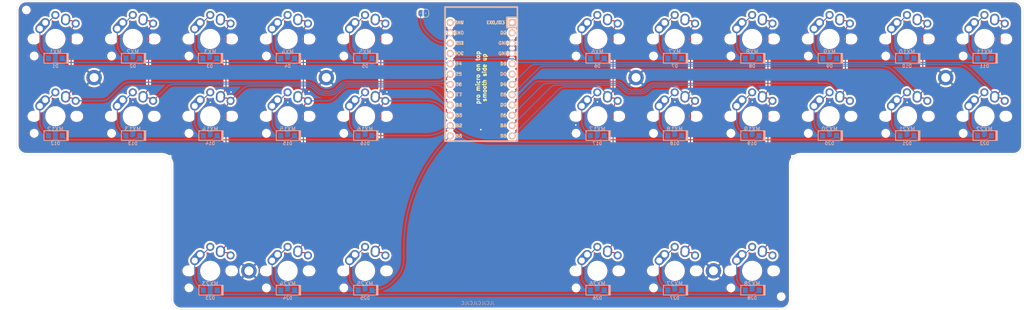
<source format=kicad_pcb>
(kicad_pcb (version 20210228) (generator pcbnew)
  (layers (0 "F.Cu" signal) (31 "B.Cu" signal) (34 "B.Paste" user) (35 "F.Paste" user) (36 "B.SilkS" user "B.Silkscreen") (37 "F.SilkS" user "F.Silkscreen") (38 "B.Mask" user) (39 "F.Mask" user) (44 "Edge.Cuts" user))
  (net 0 "")
  (net 1 "row0")
  (net 2 "Net-(D1-Pad2)")
  (net 3 "Net-(D2-Pad2)")
  (net 4 "Net-(D3-Pad2)")
  (net 5 "Net-(D4-Pad2)")
  (net 6 "Net-(D5-Pad2)")
  (net 7 "Net-(D6-Pad2)")
  (net 8 "Net-(D7-Pad2)")
  (net 9 "Net-(D8-Pad2)")
  (net 10 "Net-(D9-Pad2)")
  (net 11 "Net-(D10-Pad2)")
  (net 12 "Net-(D11-Pad2)")
  (net 13 "row1")
  (net 14 "Net-(D12-Pad2)")
  (net 15 "Net-(D13-Pad2)")
  (net 16 "Net-(D14-Pad2)")
  (net 17 "Net-(D15-Pad2)")
  (net 18 "Net-(D16-Pad2)")
  (net 19 "Net-(D17-Pad2)")
  (net 20 "Net-(D18-Pad2)")
  (net 21 "Net-(D19-Pad2)")
  (net 22 "Net-(D20-Pad2)")
  (net 23 "Net-(D21-Pad2)")
  (net 24 "Net-(D22-Pad2)")
  (net 25 "row2")
  (net 26 "Net-(D23-Pad2)")
  (net 27 "Net-(D24-Pad2)")
  (net 28 "Net-(D25-Pad2)")
  (net 29 "Net-(D26-Pad2)")
  (net 30 "col0")
  (net 31 "col1")
  (net 32 "col2")
  (net 33 "col3")
  (net 34 "col4")
  (net 35 "col5")
  (net 36 "col6")
  (net 37 "col7")
  (net 38 "col8")
  (net 39 "col9")
  (net 40 "col10")
  (net 45 "+5V")
  (net 46 "reset")
  (net 48 "Net-(D27-Pad2)")
  (net 49 "Net-(D28-Pad2)")
  (net 50 "GND")
  (footprint "Keebio-Parts:MX-Alps-Choc-1U-NoLED" (layer "F.Cu") (at 37.30625 69.85)
    (fp_text reference "MX1")
    (fp_text value "MX-NoLED")
  )
  (footprint "Keebio-Parts:MX-Alps-Choc-1U-NoLED" (layer "F.Cu") (at 56.35625 69.85)
    (fp_text reference "MX2")
    (fp_text value "MX-NoLED")
  )
  (footprint "Keebio-Parts:MX-Alps-Choc-1U-NoLED" (layer "F.Cu") (at 75.40625 69.85)
    (fp_text reference "MX3")
    (fp_text value "MX-NoLED")
  )
  (footprint "Keebio-Parts:MX-Alps-Choc-1U-NoLED" (layer "F.Cu") (at 94.45625 69.85)
    (fp_text reference "MX4")
    (fp_text value "MX-NoLED")
  )
  (footprint "Keebio-Parts:MX-Alps-Choc-1U-NoLED" (layer "F.Cu") (at 113.50625 69.85)
    (fp_text reference "MX5")
    (fp_text value "MX-NoLED")
  )
  (footprint "Keebio-Parts:MX-Alps-Choc-1U-NoLED" (layer "F.Cu") (at 170.65625 69.85)
    (fp_text reference "MX6")
    (fp_text value "MX-NoLED")
  )
  (footprint "Keebio-Parts:MX-Alps-Choc-1U-NoLED" (layer "F.Cu") (at 189.70625 69.85)
    (fp_text reference "MX7")
    (fp_text value "MX-NoLED")
  )
  (footprint "Keebio-Parts:MX-Alps-Choc-1U-NoLED" (layer "F.Cu") (at 208.75625 69.85)
    (fp_text reference "MX8")
    (fp_text value "MX-NoLED")
  )
  (footprint "Keebio-Parts:MX-Alps-Choc-1U-NoLED" (layer "F.Cu") (at 227.80625 69.85)
    (fp_text reference "MX9")
    (fp_text value "MX-NoLED")
  )
  (footprint "Keebio-Parts:MX-Alps-Choc-1U-NoLED" (layer "F.Cu") (at 246.85625 69.85)
    (fp_text reference "MX10")
    (fp_text value "MX-NoLED")
  )
  (footprint "Keebio-Parts:MX-Alps-Choc-1U-NoLED" (layer "F.Cu") (at 265.90625 69.85)
    (fp_text reference "MX11")
    (fp_text value "MX-NoLED")
  )
  (footprint "Keebio-Parts:MX-Alps-Choc-1U-NoLED" (layer "F.Cu") (at 37.30625 88.9)
    (fp_text reference "MX12")
    (fp_text value "MX-NoLED")
  )
  (footprint "Keebio-Parts:MX-Alps-Choc-1U-NoLED" (layer "F.Cu") (at 56.35625 88.9)
    (fp_text reference "MX13")
    (fp_text value "MX-NoLED")
  )
  (footprint "Keebio-Parts:MX-Alps-Choc-1U-NoLED" (layer "F.Cu") (at 75.40625 88.9)
    (fp_text reference "MX14")
    (fp_text value "MX-NoLED")
  )
  (footprint "Keebio-Parts:MX-Alps-Choc-1U-NoLED" (layer "F.Cu") (at 94.45625 88.9)
    (fp_text reference "MX15")
    (fp_text value "MX-NoLED")
  )
  (footprint "Keebio-Parts:MX-Alps-Choc-1U-NoLED" (layer "F.Cu") (at 113.50625 88.9)
    (fp_text reference "MX16")
    (fp_text value "MX-NoLED")
  )
  (footprint "Keebio-Parts:MX-Alps-Choc-1U-NoLED" (layer "F.Cu") (at 170.65625 88.9)
    (fp_text reference "MX17")
    (fp_text value "MX-NoLED")
  )
  (footprint "Keebio-Parts:MX-Alps-Choc-1U-NoLED" (layer "F.Cu") (at 189.70625 88.9)
    (fp_text reference "MX18")
    (fp_text value "MX-NoLED")
  )
  (footprint "Keebio-Parts:MX-Alps-Choc-1U-NoLED" (layer "F.Cu") (at 208.75625 88.9)
    (fp_text reference "MX19")
    (fp_text value "MX-NoLED")
  )
  (footprint "Keebio-Parts:MX-Alps-Choc-1U-NoLED" (layer "F.Cu") (at 227.80625 88.9)
    (fp_text reference "MX20")
    (fp_text value "MX-NoLED")
  )
  (footprint "Keebio-Parts:MX-Alps-Choc-1U-NoLED" (layer "F.Cu") (at 246.85625 88.9)
    (fp_text reference "MX21")
    (fp_text value "MX-NoLED")
  )
  (footprint "Keebio-Parts:MX-Alps-Choc-1U-NoLED" (layer "F.Cu") (at 265.90625 88.9)
    (fp_text reference "MX22")
    (fp_text value "MX-NoLED")
  )
  (footprint "Keebio-Parts:MX-Alps-Choc-1U-NoLED" (layer "F.Cu") (at 75.40625 127)
    (fp_text reference "MX23")
    (fp_text value "MX-NoLED")
  )
  (footprint "Keebio-Parts:MX-Alps-Choc-1U-NoLED" (layer "F.Cu") (at 94.45625 127)
    (fp_text reference "MX24")
    (fp_text value "MX-NoLED")
  )
  (footprint "Keebio-Parts:MX-Alps-Choc-1U-NoLED" (layer "F.Cu") (at 170.65625 127)
    (fp_text reference "MX26")
    (fp_text value "MX-NoLED")
  )
  (footprint "Keebio-Parts:MX-Alps-Choc-1U-NoLED" (layer "F.Cu") (at 189.70625 127)
    (fp_text reference "MX27")
    (fp_text value "MX-NoLED")
  )
  (footprint "Keebio-Parts:MX-Alps-Choc-1U-NoLED" (layer "F.Cu") (at 113.50625 127)
    (fp_text reference "MX25")
    (fp_text value "MX-NoLED")
  )
  (footprint "Keebio-Parts:MX-Alps-Choc-1U-NoLED" (layer "F.Cu") (at 208.75625 127)
    (fp_text reference "MX28")
    (fp_text value "MX-NoLED")
  )
  (footprint "uni-footprints:stenokeyboards-gregg" (layer "F.Cu") (at 142.08125 127)
    (fp_text reference "G***" hide)
    (fp_text value "LOGO" hide)
  )
  (footprint "MountingHole:MountingHole_2.2mm_M2_DIN965_Pad" (layer "F.Cu") (at 84.93125 127)
    (fp_text reference "REF**" hide)
    (fp_text value "m2")
  )
  (footprint "MountingHole:MountingHole_2.2mm_M2_DIN965_Pad" (layer "F.Cu") (at 103.98125 79.375)
    (fp_text reference "REF**" hide)
    (fp_text value "m2")
  )
  (footprint "MountingHole:MountingHole_2.2mm_M2_DIN965_Pad" (layer "F.Cu") (at 180.18125 79.375)
    (fp_text reference "REF**" hide)
    (fp_text value "m2")
  )
  (footprint "uni-footprints:jlc-tooling-hole" (layer "F.Cu") (at 215.9 133.35)
    (fp_text reference "jlc**")
    (fp_text value "jlc-tooling-hole")
  )
  (footprint "MountingHole:MountingHole_2.2mm_M2_DIN965_Pad" (layer "F.Cu") (at 256.38125 79.375)
    (fp_text reference "REF**" hide)
    (fp_text value "m2")
  )
  (footprint "MountingHole:MountingHole_2.2mm_M2_DIN965_Pad" (layer "F.Cu") (at 46.83125 79.375)
    (fp_text reference "REF**" hide)
    (fp_text value "m2")
  )
  (footprint "uni-footprints:jlc-tooling-hole" (layer "F.Cu") (at 30.1625 62.70625)
    (fp_text reference "jlc**")
    (fp_text value "jlc-tooling-hole")
  )
  (footprint "uni-footprints:jumper-reversible" (layer "F.Cu") (at 127.79375 63.5)
    (fp_text reference "SW1" hide)
    (fp_text value "SW_SPST")
  )
  (footprint "MountingHole:MountingHole_2.2mm_M2_DIN965_Pad" (layer "F.Cu") (at 199.23125 127)
    (fp_text reference "REF**" hide)
    (fp_text value "m2")
  )
  (footprint "Keebio-Parts:D_SOD123" (layer "B.Cu") (at 37.30625 74.6125 180)
    (fp_text reference "D1")
    (fp_text value "SOD-123" hide)
  )
  (footprint "Keebio-Parts:D_SOD123" (layer "B.Cu") (at 56.35625 74.6125 180)
    (fp_text reference "D2")
    (fp_text value "SOD-123" hide)
  )
  (footprint "Keebio-Parts:D_SOD123" (layer "B.Cu") (at 75.29375 74.6125 180)
    (fp_text reference "D3")
    (fp_text value "SOD-123" hide)
  )
  (footprint "Keebio-Parts:D_SOD123" (layer "B.Cu") (at 94.45625 74.6125 180)
    (fp_text reference "D4")
    (fp_text value "SOD-123" hide)
  )
  (footprint "Keebio-Parts:D_SOD123" (layer "B.Cu") (at 113.50625 74.6125 180)
    (fp_text reference "D5")
    (fp_text value "SOD-123" hide)
  )
  (footprint "Keebio-Parts:D_SOD123" (layer "B.Cu") (at 170.65625 74.6125 180)
    (fp_text reference "D6")
    (fp_text value "SOD-123" hide)
  )
  (footprint "Keebio-Parts:D_SOD123" (layer "B.Cu") (at 189.70625 74.6125 180)
    (fp_text reference "D7")
    (fp_text value "SOD-123" hide)
  )
  (footprint "Keebio-Parts:D_SOD123" (layer "B.Cu") (at 208.75625 74.6125 180)
    (fp_text reference "D8")
    (fp_text value "SOD-123" hide)
  )
  (footprint "Keebio-Parts:D_SOD123" (layer "B.Cu") (at 227.80625 74.6125 180)
    (fp_text reference "D9")
    (fp_text value "SOD-123" hide)
  )
  (footprint "Keebio-Parts:D_SOD123" (layer "B.Cu") (at 246.85625 74.6125 180)
    (fp_text reference "D10")
    (fp_text value "SOD-123" hide)
  )
  (footprint "Keebio-Parts:D_SOD123" (layer "B.Cu") (at 265.90625 74.6125 180)
    (fp_text reference "D11")
    (fp_text value "SOD-123" hide)
  )
  (footprint "Keebio-Parts:D_SOD123" (layer "B.Cu") (at 37.30625 93.6625 180)
    (fp_text reference "D12")
    (fp_text value "SOD-123" hide)
  )
  (footprint "Keebio-Parts:D_SOD123" (layer "B.Cu") (at 56.35625 93.6625 180)
    (fp_text reference "D13")
    (fp_text value "SOD-123" hide)
  )
  (footprint "Keebio-Parts:D_SOD123" (layer "B.Cu") (at 75.40625 93.6625 180)
    (fp_text reference "D14")
    (fp_text value "SOD-123" hide)
  )
  (footprint "Keebio-Parts:D_SOD123" (layer "B.Cu") (at 94.45625 93.6625 180)
    (fp_text reference "D15")
    (fp_text value "SOD-123" hide)
  )
  (footprint "Keebio-Parts:D_SOD123" (layer "B.Cu") (at 113.50625 93.6625 180)
    (fp_text reference "D16")
    (fp_text value "SOD-123" hide)
  )
  (footprint "Keebio-Parts:D_SOD123" (layer "B.Cu") (at 170.65625 93.6625 180)
    (fp_text reference "D17")
    (fp_text value "SOD-123" hide)
  )
  (footprint "Keebio-Parts:D_SOD123" (layer "B.Cu") (at 189.70625 93.6625 180)
    (fp_text reference "D18")
    (fp_text value "SOD-123" hide)
  )
  (footprint "Keebio-Parts:D_SOD123" (layer "B.Cu") (at 208.75625 93.6625 180)
    (fp_text reference "D19")
    (fp_text value "SOD-123" hide)
  )
  (footprint "Keebio-Parts:D_SOD123" (layer "B.Cu") (at 227.80625 93.6625 180)
    (fp_text reference "D20")
    (fp_text value "SOD-123" hide)
  )
  (footprint "Keebio-Parts:D_SOD123" (layer "B.Cu") (at 246.85625 93.6625 180)
    (fp_text reference "D21")
    (fp_text value "SOD-123" hide)
  )
  (footprint "Keebio-Parts:D_SOD123" (layer "B.Cu") (at 265.90625 93.6625 180)
    (fp_text reference "D22")
    (fp_text value "SOD-123" hide)
  )
  (footprint "Keebio-Parts:D_SOD123" (layer "B.Cu") (at 75.40625 131.7625 180)
    (fp_text reference "D23")
    (fp_text value "SOD-123" hide)
  )
  (footprint "Keebio-Parts:D_SOD123" (layer "B.Cu") (at 94.45625 131.7625 180)
    (fp_text reference "D24")
    (fp_text value "SOD-123" hide)
  )
  (footprint "Keebio-Parts:D_SOD123" (layer "B.Cu") (at 170.65625 131.7625 180)
    (fp_text reference "D26")
    (fp_text value "SOD-123" hide)
  )
  (footprint "Keebio-Parts:D_SOD123" (layer "B.Cu") (at 189.70625 131.7625 180)
    (fp_text reference "D27")
    (fp_text value "SOD-123" hide)
  )
  (footprint "Keebio-Parts:ArduinoProMicro" (layer "B.Cu") (at 142.08125 79.77425 -90)
    (fp_text reference "U1" hide)
    (fp_text value "ProMicro" hide)
  )
  (footprint "Keebio-Parts:D_SOD123" (layer "B.Cu") (at 113.50625 131.7625 180)
    (fp_text reference "D25")
    (fp_text value "SOD-123" hide)
  )
  (footprint "Keebio-Parts:D_SOD123" (layer "B.Cu") (at 208.75625 131.7625 180)
    (fp_text reference "D28")
    (fp_text value "SOD-123" hide)
  )
  (footprint "uni-footprints:uni-gregg" (layer "B.Cu") (at 142.875 119.0625 180)
    (fp_text reference "G***" hide)
    (fp_text value "LOGO" hide)
  )
  (gr_line (start 27.78125 62.70625) (end 27.78125 96.04375) (layer "Edge.Cuts") (width 0.05))
  (gr_line (start 275.43125 96.04375) (end 275.43125 62.70625) (layer "Edge.Cuts") (width 0.05))
  (gr_line (start 273.05 60.325) (end 30.1625 60.325) (layer "Edge.Cuts") (width 0.05))
  (gr_line (start 30.1625 98.425) (end 63.5 98.425) (layer "Edge.Cuts") (width 0.05))
  (gr_line (start 65.88125 100.80625) (end 65.88125 134.14375) (layer "Edge.Cuts") (width 0.05))
  (gr_line (start 68.2625 136.525) (end 215.9 136.525) (layer "Edge.Cuts") (width 0.05))
  (gr_line (start 218.28125 134.14375) (end 218.28125 100.80625) (layer "Edge.Cuts") (width 0.05))
  (gr_line (start 220.6625 98.425) (end 273.05 98.425) (layer "Edge.Cuts") (width 0.05))
  (gr_arc (start 68.2625 134.14375) (end 65.88125 134.14375) (angle -90) (layer "Edge.Cuts") (width 0.05))
  (gr_arc (start 30.1625 62.70625) (end 30.1625 60.325) (angle -90) (layer "Edge.Cuts") (width 0.05))
  (gr_arc (start 273.05 62.70625) (end 275.43125 62.70625) (angle -90) (layer "Edge.Cuts") (width 0.05))
  (gr_arc (start 273.05 96.04375) (end 273.05 98.425) (angle -90) (layer "Edge.Cuts") (width 0.05))
  (gr_arc (start 30.1625 96.04375) (end 27.78125 96.04375) (angle -90) (layer "Edge.Cuts") (width 0.05))
  (gr_arc (start 63.5 100.80625) (end 65.88125 100.80625) (angle -90) (layer "Edge.Cuts") (width 0.05))
  (gr_arc (start 220.6625 100.80625) (end 220.6625 98.425) (angle -90) (layer "Edge.Cuts") (width 0.05))
  (gr_arc (start 215.9 134.14375) (end 215.9 136.525) (angle -90) (layer "Edge.Cuts") (width 0.05))
  (gr_text "JLCJLCJLCJLC" (at 141.2875 134.9375) (layer "B.SilkS") (effects (font (size 0.8 0.8) (thickness 0.1)) (justify mirror)))
  (gr_text "pro micro on top\nsmooth side up" (at 142.08125 79.375 90) (layer "F.SilkS") (effects (font (size 1 1) (thickness 0.25))))
  (segment (start 249.995465 75.637501) (end 266.167035 75.637501) (width 0.25) (layer "B.Cu") (net 1))
  (segment (start 58.05625 74.6125) (end 58.788358 75.344608) (width 0.25) (layer "B.Cu") (net 1))
  (segment (start 114.474142 75.344608) (end 115.20625 74.6125) (width 0.25) (layer "B.Cu") (net 1))
  (segment (start 172.35625 74.6125) (end 171.624132 75.344618) (width 0.25) (layer "B.Cu") (net 1))
  (segment (start 40.445465 75.637501) (end 56.617035 75.637501) (width 0.25) (layer "B.Cu") (net 1))
  (segment (start 172.35625 74.6125) (end 173.088358 75.344608) (width 0.25) (layer "B.Cu") (net 1))
  (segment (start 149.863666 74.762939) (end 136.076775 74.762939) (width 0.25) (layer "B.Cu") (net 1))
  (segment (start 135.369668 75.055832) (end 134.46125 75.96425) (width 0.25) (layer "B.Cu") (net 1))
  (segment (start 266.874142 75.344608) (end 267.60625 74.6125) (width 0.25) (layer "B.Cu") (net 1))
  (segment (start 210.45625 74.6125) (end 211.188358 75.344608) (width 0.25) (layer "B.Cu") (net 1))
  (segment (start 228.774142 75.344608) (end 229.50625 74.6125) (width 0.25) (layer "B.Cu") (net 1))
  (segment (start 192.845465 75.637501) (end 209.017035 75.637501) (width 0.25) (layer "B.Cu") (net 1))
  (segment (start 115.20625 74.6125) (end 115.20625 74.725) (width 0.25) (layer "B.Cu") (net 1))
  (segment (start 248.55625 74.6125) (end 249.288358 75.344608) (width 0.25) (layer "B.Cu") (net 1))
  (segment (start 150.859559 75.344618) (end 150.570773 75.055832) (width 0.25) (layer "B.Cu") (net 1))
  (segment (start 96.15625 74.6125) (end 96.888358 75.344608) (width 0.25) (layer "B.Cu") (net 1))
  (segment (start 229.50625 74.6125) (end 230.238358 75.344608) (width 0.25) (layer "B.Cu") (net 1))
  (segment (start 78.432965 75.637501) (end 94.717035 75.637501) (width 0.25) (layer "B.Cu") (net 1))
  (segment (start 76.261642 75.344608) (end 76.99375 74.6125) (width 0.25) (layer "B.Cu") (net 1))
  (segment (start 115.20625 74.6125) (end 115.992857 75.399107) (width 0.25) (layer "B.Cu") (net 1))
  (segment (start 190.674142 75.344608) (end 191.40625 74.6125) (width 0.25) (layer "B.Cu") (net 1))
  (segment (start 211.895465 75.637501) (end 228.067035 75.637501) (width 0.25) (layer "B.Cu") (net 1))
  (segment (start 76.99375 74.6125) (end 77.725858 75.344608) (width 0.25) (layer "B.Cu") (net 1))
  (segment (start 97.595465 75.637501) (end 113.767035 75.637501) (width 0.25) (layer "B.Cu") (net 1))
  (segment (start 170.917025 75.637511) (end 151.566666 75.637511) (width 0.25) (layer "B.Cu") (net 1))
  (segment (start 134.189 75.692) (end 134.46125 75.96425) (width 0.25) (layer "B.Cu") (net 1))
  (segment (start 116.699964 75.692) (end 134.189 75.692) (width 0.25) (layer "B.Cu") (net 1))
  (segment (start 230.945465 75.637501) (end 247.117035 75.637501) (width 0.25) (layer "B.Cu") (net 1))
  (segment (start 59.495465 75.637501) (end 75.554535 75.637501) (width 0.25) (layer "B.Cu") (net 1))
  (segment (start 191.40625 74.6125) (end 192.138358 75.344608) (width 0.25) (layer "B.Cu") (net 1))
  (segment (start 57.324142 75.344608) (end 58.05625 74.6125) (width 0.25) (layer "B.Cu") (net 1))
  (segment (start 173.795465 75.637501) (end 189.967035 75.637501) (width 0.25) (layer "B.Cu") (net 1))
  (segment (start 247.824142 75.344608) (end 248.55625 74.6125) (width 0.25) (layer "B.Cu") (net 1))
  (segment (start 209.724142 75.344608) (end 210.45625 74.6125) (width 0.25) (layer "B.Cu") (net 1))
  (segment (start 39.00625 74.6125) (end 39.738358 75.344608) (width 0.25) (layer "B.Cu") (net 1))
  (segment (start 95.424142 75.344608) (end 96.15625 74.6125) (width 0.25) (layer "B.Cu") (net 1))
  (arc (start 94.717035 75.637501) (mid 95.099718 75.561381) (end 95.424142 75.344608) (width 0.25) (layer "B.Cu") (net 1))
  (arc (start 149.863666 74.762939) (mid 150.246349 74.839059) (end 150.570773 75.055832) (width 0.25) (layer "B.Cu") (net 1))
  (arc (start 151.566666 75.637511) (mid 151.183983 75.561391) (end 150.859559 75.344618) (width 0.25) (layer "B.Cu") (net 1))
  (arc (start 76.261642 75.344608) (mid 75.937219 75.561381) (end 75.554535 75.637501) (width 0.25) (layer "B.Cu") (net 1))
  (arc (start 56.617035 75.637501) (mid 56.999718 75.561381) (end 57.324142 75.344608) (width 0.25) (layer "B.Cu") (net 1))
  (arc (start 230.238358 75.344608) (mid 230.562781 75.561381) (end 230.945465 75.637501) (width 0.25) (layer "B.Cu") (net 1))
  (arc (start 266.874142 75.344608) (mid 266.549719 75.561381) (end 266.167035 75.637501) (width 0.25) (layer "B.Cu") (net 1))
  (arc (start 78.432965 75.637501) (mid 78.050282 75.561381) (end 77.725858 75.344608) (width 0.25) (layer "B.Cu") (net 1))
  (arc (start 116.699964 75.692) (mid 116.317281 75.61588) (end 115.992857 75.399107) (width 0.25) (layer "B.Cu") (net 1))
  (arc (start 228.774142 75.344608) (mid 228.449719 75.561381) (end 228.067035 75.637501) (width 0.25) (layer "B.Cu") (net 1))
  (arc (start 209.017035 75.637501) (mid 209.399718 75.561381) (end 209.724142 75.344608) (width 0.25) (layer "B.Cu") (net 1))
  (arc (start 211.188358 75.344608) (mid 211.512781 75.561381) (end 211.895465 75.637501) (width 0.25) (layer "B.Cu") (net 1))
  (arc (start 192.845465 75.637501) (mid 192.462782 75.561381) (end 192.138358 75.344608) (width 0.25) (layer "B.Cu") (net 1))
  (arc (start 58.788358 75.344608) (mid 59.112781 75.561381) (end 59.495465 75.637501) (width 0.25) (layer "B.Cu") (net 1))
  (arc (start 114.474142 75.344608) (mid 114.149719 75.561381) (end 113.767035 75.637501) (width 0.25) (layer "B.Cu") (net 1))
  (arc (start 190.674142 75.344608) (mid 190.349719 75.561381) (end 189.967035 75.637501) (width 0.25) (layer "B.Cu") (net 1))
  (arc (start 173.088358 75.344608) (mid 173.412781 75.561381) (end 173.795465 75.637501) (width 0.25) (layer "B.Cu") (net 1))
  (arc (start 40.445465 75.637501) (mid 40.062782 75.561381) (end 39.738358 75.344608) (width 0.25) (layer "B.Cu") (net 1))
  (arc (start 249.288358 75.344608) (mid 249.612781 75.561381) (end 249.995465 75.637501) (width 0.25) (layer "B.Cu") (net 1))
  (arc (start 247.824142 75.344608) (mid 247.499719 75.561381) (end 247.117035 75.637501) (width 0.25) (layer "B.Cu") (net 1))
  (arc (start 96.888358 75.344608) (mid 97.212781 75.561381) (end 97.595465 75.637501) (width 0.25) (layer "B.Cu") (net 1))
  (arc (start 136.076775 74.762939) (mid 135.694092 74.839059) (end 135.369668 75.055832) (width 0.25) (layer "B.Cu") (net 1))
  (arc (start 170.917025 75.637511) (mid 171.299708 75.561391) (end 171.624132 75.344618) (width 0.25) (layer "B.Cu") (net 1))
  (segment (start 34.37493 73.38118) (end 35.60625 74.6125) (width 0.25) (layer "B.Cu") (net 2))
  (segment (start 33.532036 67.31) (end 33.49625 67.31) (width 0.25) (layer "B.Cu") (net 2))
  (segment (start 37.30625 63.95) (end 34.239143 67.017107) (width 0.25) (layer "B.Cu") (net 2))
  (segment (start 33.49625 67.31) (end 33.49625 71.259859) (width 0.25) (layer "B.Cu") (net 2))
  (arc (start 33.532036 67.31) (mid 33.914719 67.23388) (end 34.239143 67.017107) (width 0.25) (layer "B.Cu") (net 2))
  (arc (start 34.37493 73.38118) (mid 33.724611 72.40791) (end 33.49625 71.259859) (width 0.25) (layer "B.Cu") (net 2))
  (segment (start 53.42493 73.38118) (end 54.65625 74.6125) (width 0.25) (layer "B.Cu") (net 3))
  (segment (start 52.54625 67.31) (end 52.54625 71.259859) (width 0.25) (layer "B.Cu") (net 3))
  (segment (start 54.042036 65.85) (end 53.85625 65.85) (width 0.25) (layer "B.Cu") (net 3))
  (segment (start 56.35625 63.95) (end 54.749143 65.557107) (width 0.25) (layer "B.Cu") (net 3))
  (arc (start 52.54625 71.259859) (mid 52.774612 72.40791) (end 53.42493 73.38118) (width 0.25) (layer "B.Cu") (net 3))
  (arc (start 54.749143 65.557107) (mid 54.42472 65.77388) (end 54.042036 65.85) (width 0.25) (layer "B.Cu") (net 3))
  (segment (start 71.59625 67.31) (end 71.59625 71.372359) (width 0.25) (layer "B.Cu") (net 4))
  (segment (start 75.40625 63.95) (end 72.339143 67.017107) (width 0.25) (layer "B.Cu") (net 4))
  (segment (start 72.47493 73.49368) (end 73.59375 74.6125) (width 0.25) (layer "B.Cu") (net 4))
  (segment (start 71.632036 67.31) (end 71.59625 67.31) (width 0.25) (layer "B.Cu") (net 4))
  (arc (start 71.59625 71.372359) (mid 71.824612 72.52041) (end 72.47493 73.49368) (width 0.25) (layer "B.Cu") (net 4))
  (arc (start 72.339143 67.017107) (mid 72.01472 67.23388) (end 71.632036 67.31) (width 0.25) (layer "B.Cu") (net 4))
  (segment (start 94.45625 63.95) (end 91.389143 67.017107) (width 0.25) (layer "B.Cu") (net 5))
  (segment (start 91.52493 73.38118) (end 92.75625 74.6125) (width 0.25) (layer "B.Cu") (net 5))
  (segment (start 90.682036 67.31) (end 90.64625 67.31) (width 0.25) (layer "B.Cu") (net 5))
  (segment (start 90.64625 67.31) (end 90.64625 71.259859) (width 0.25) (layer "B.Cu") (net 5))
  (arc (start 90.682036 67.31) (mid 91.064719 67.23388) (end 91.389143 67.017107) (width 0.25) (layer "B.Cu") (net 5))
  (arc (start 91.52493 73.38118) (mid 90.874611 72.40791) (end 90.64625 71.259859) (width 0.25) (layer "B.Cu") (net 5))
  (segment (start 109.69625 67.31) (end 109.69625 71.259859) (width 0.25) (layer "B.Cu") (net 6))
  (segment (start 113.50625 63.95) (end 111.899143 65.557107) (width 0.25) (layer "B.Cu") (net 6))
  (segment (start 110.57493 73.38118) (end 111.80625 74.6125) (width 0.25) (layer "B.Cu") (net 6))
  (segment (start 111.192036 65.85) (end 111.00625 65.85) (width 0.25) (layer "B.Cu") (net 6))
  (arc (start 111.899143 65.557107) (mid 111.57472 65.77388) (end 111.192036 65.85) (width 0.25) (layer "B.Cu") (net 6))
  (arc (start 109.69625 71.259859) (mid 109.924612 72.40791) (end 110.57493 73.38118) (width 0.25) (layer "B.Cu") (net 6))
  (segment (start 166.84625 67.31) (end 166.84625 71.259859) (width 0.25) (layer "B.Cu") (net 7))
  (segment (start 166.882036 67.31) (end 166.84625 67.31) (width 0.25) (layer "B.Cu") (net 7))
  (segment (start 167.72493 73.38118) (end 168.95625 74.6125) (width 0.25) (layer "B.Cu") (net 7))
  (segment (start 170.65625 63.95) (end 167.589143 67.017107) (width 0.25) (layer "B.Cu") (net 7))
  (arc (start 167.72493 73.38118) (mid 167.074611 72.40791) (end 166.84625 71.259859) (width 0.25) (layer "B.Cu") (net 7))
  (arc (start 166.882036 67.31) (mid 167.264719 67.23388) (end 167.589143 67.017107) (width 0.25) (layer "B.Cu") (net 7))
  (segment (start 189.70625 63.95) (end 188.099143 65.557107) (width 0.25) (layer "B.Cu") (net 8))
  (segment (start 186.77493 73.38118) (end 188.00625 74.6125) (width 0.25) (layer "B.Cu") (net 8))
  (segment (start 187.392036 65.85) (end 187.20625 65.85) (width 0.25) (layer "B.Cu") (net 8))
  (segment (start 185.89625 67.31) (end 185.89625 71.259859) (width 0.25) (layer "B.Cu") (net 8))
  (arc (start 187.392036 65.85) (mid 187.774719 65.77388) (end 188.099143 65.557107) (width 0.25) (layer "B.Cu") (net 8))
  (arc (start 186.77493 73.38118) (mid 186.124611 72.40791) (end 185.89625 71.259859) (width 0.25) (layer "B.Cu") (net 8))
  (segment (start 206.442036 65.85) (end 206.25625 65.85) (width 0.25) (layer "B.Cu") (net 9))
  (segment (start 208.75625 63.95) (end 207.149143 65.557107) (width 0.25) (layer "B.Cu") (net 9))
  (segment (start 205.82493 73.38118) (end 207.05625 74.6125) (width 0.25) (layer "B.Cu") (net 9))
  (segment (start 204.94625 67.31) (end 204.94625 71.259859) (width 0.25) (layer "B.Cu") (net 9))
  (arc (start 204.94625 71.259859) (mid 205.174612 72.40791) (end 205.82493 73.38118) (width 0.25) (layer "B.Cu") (net 9))
  (arc (start 206.442036 65.85) (mid 206.824719 65.77388) (end 207.149143 65.557107) (width 0.25) (layer "B.Cu") (net 9))
  (segment (start 227.80625 63.95) (end 224.739143 67.017107) (width 0.25) (layer "B.Cu") (net 10))
  (segment (start 223.99625 67.31) (end 223.99625 71.259859) (width 0.25) (layer "B.Cu") (net 10))
  (segment (start 224.87493 73.38118) (end 226.10625 74.6125) (width 0.25) (layer "B.Cu") (net 10))
  (segment (start 224.032036 67.31) (end 223.99625 67.31) (width 0.25) (layer "B.Cu") (net 10))
  (arc (start 223.99625 71.259859) (mid 224.224612 72.40791) (end 224.87493 73.38118) (width 0.25) (layer "B.Cu") (net 10))
  (arc (start 224.739143 67.017107) (mid 224.41472 67.23388) (end 224.032036 67.31) (width 0.25) (layer "B.Cu") (net 10))
  (segment (start 246.85625 63.95) (end 245.249143 65.557107) (width 0.25) (layer "B.Cu") (net 11))
  (segment (start 243.92493 73.38118) (end 245.15625 74.6125) (width 0.25) (layer "B.Cu") (net 11))
  (segment (start 244.542036 65.85) (end 244.35625 65.85) (width 0.25) (layer "B.Cu") (net 11))
  (segment (start 243.04625 67.31) (end 243.04625 71.259859) (width 0.25) (layer "B.Cu") (net 11))
  (arc (start 243.92493 73.38118) (mid 243.274611 72.40791) (end 243.04625 71.259859) (width 0.25) (layer "B.Cu") (net 11))
  (arc (start 245.249143 65.557107) (mid 244.92472 65.77388) (end 244.542036 65.85) (width 0.25) (layer "B.Cu") (net 11))
  (segment (start 262.09625 67.31) (end 262.09625 71.259859) (width 0.25) (layer "B.Cu") (net 12))
  (segment (start 262.97493 73.38118) (end 264.20625 74.6125) (width 0.25) (layer "B.Cu") (net 12))
  (segment (start 265.90625 63.95) (end 262.839143 67.017107) (width 0.25) (layer "B.Cu") (net 12))
  (segment (start 262.132036 67.31) (end 262.09625 67.31) (width 0.25) (layer "B.Cu") (net 12))
  (arc (start 262.839143 67.017107) (mid 262.51472 67.23388) (end 262.132036 67.31) (width 0.25) (layer "B.Cu") (net 12))
  (arc (start 262.09625 71.259859) (mid 262.324612 72.40791) (end 262.97493 73.38118) (width 0.25) (layer "B.Cu") (net 12))
  (segment (start 169.940323 95.25) (end 144.22854 95.25) (width 0.25) (layer "B.Cu") (net 13))
  (segment (start 77.545464 94.101714) (end 77.10625 93.6625) (width 0.25) (layer "B.Cu") (net 13))
  (segment (start 248.55625 93.6625) (end 248.117035 94.101715) (width 0.25) (layer "B.Cu") (net 13))
  (segment (start 248.995464 94.101714) (end 248.55625 93.6625) (width 0.25) (layer "B.Cu") (net 13))
  (segment (start 58.05625 93.6625) (end 57.617035 94.101715) (width 0.25) (layer "B.Cu") (net 13))
  (segment (start 191.845464 94.101714) (end 191.40625 93.6625) (width 0.25) (layer "B.Cu") (net 13))
  (segment (start 227.652822 94.687501) (end 212.309678 94.687501) (width 0.25) (layer "B.Cu") (net 13))
  (segment (start 246.702822 94.687501) (end 231.359678 94.687501) (width 0.25) (layer "B.Cu") (net 13))
  (segment (start 39.445464 94.101714) (end 39.00625 93.6625) (width 0.25) (layer "B.Cu") (net 13))
  (segment (start 75.252822 94.687501) (end 59.909678 94.687501) (width 0.25) (layer "B.Cu") (net 13))
  (segment (start 134.461222 91.204278) (end 134.46125 91.20425) (width 0.25) (layer "B.Cu") (net 13))
  (segment (start 115.20625 93.6625) (end 128.52655 93.6625) (width 0.25) (layer "B.Cu") (net 13))
  (segment (start 96.15625 93.6625) (end 95.717035 94.101715) (width 0.25) (layer "B.Cu") (net 13))
  (segment (start 172.35625 93.6625) (end 171.354536 94.664214) (width 0.25) (layer "B.Cu") (net 13))
  (segment (start 115.20625 93.6625) (end 114.767035 94.101715) (width 0.25) (layer "B.Cu") (net 13))
  (segment (start 210.895464 94.101714) (end 210.45625 93.6625) (width 0.25) (layer "B.Cu") (net 13))
  (segment (start 229.945464 94.101714) (end 229.50625 93.6625) (width 0.25) (layer "B.Cu") (net 13))
  (segment (start 265.752822 94.687501) (end 250.409678 94.687501) (width 0.25) (layer "B.Cu") (net 13))
  (segment (start 58.495464 94.101714) (end 58.05625 93.6625) (width 0.25) (layer "B.Cu") (net 13))
  (segment (start 267.60625 93.6625) (end 267.167035 94.101715) (width 0.25) (layer "B.Cu") (net 13))
  (segment (start 134.46126 91.20426) (end 134.46125 91.20425) (width 0.25) (layer "B.Cu") (net 13))
  (segment (start 94.302822 94.687501) (end 78.959678 94.687501) (width 0.25) (layer "B.Cu") (net 13))
  (segment (start 172.795464 94.101714) (end 172.35625 93.6625) (width 0.25) (layer "B.Cu") (net 13))
  (segment (start 113.352822 94.687501) (end 98.009678 94.687501) (width 0.25) (layer "B.Cu") (net 13))
  (segment (start 229.50625 93.6625) (end 229.067035 94.101715) (width 0.25) (layer "B.Cu") (net 13))
  (segment (start 96.595464 94.101714) (end 96.15625 93.6625) (width 0.25) (layer "B.Cu") (net 13))
  (segment (start 189.552822 94.687501) (end 174.209678 94.687501) (width 0.25) (layer "B.Cu") (net 13))
  (segment (start 191.40625 93.6625) (end 190.967035 94.101715) (width 0.25) (layer "B.Cu") (net 13))
  (segment (start 210.45625 93.6625) (end 210.017035 94.101715) (width 0.25) (layer "B.Cu") (net 13))
  (segment (start 56.202822 94.687501) (end 40.859678 94.687501) (width 0.25) (layer "B.Cu") (net 13))
  (segment (start 77.10625 93.6625) (end 76.667035 94.101715) (width 0.25) (layer "B.Cu") (net 13))
  (segment (start 208.602822 94.687501) (end 193.259678 94.687501) (width 0.25) (layer "B.Cu") (net 13))
  (arc (start 227.652822 94.687501) (mid 228.418189 94.53526) (end 229.067035 94.101715) (width 0.25) (layer "B.Cu") (net 13))
  (arc (start 56.202822 94.687501) (mid 56.968189 94.53526) (end 57.617035 94.101715) (width 0.25) (layer "B.Cu") (net 13))
  (arc (start 169.940323 95.25) (mid 170.70569 95.097759) (end 171.354536 94.664214) (width 0.25) (layer "B.Cu") (net 13))
  (arc (start 96.595464 94.101714) (mid 97.244311 94.53526) (end 98.009678 94.687501) (width 0.25) (layer "B.Cu") (net 13))
  (arc (start 77.545464 94.101714) (mid 78.194311 94.53526) (end 78.959678 94.687501) (width 0.25) (layer "B.Cu") (net 13))
  (arc (start 208.602822 94.687501) (mid 209.368189 94.53526) (end 210.017035 94.101715) (width 0.25) (layer "B.Cu") (net 13))
  (arc (start 39.445464 94.101714) (mid 40.094311 94.53526) (end 40.859678 94.687501) (width 0.25) (layer "B.Cu") (net 13))
  (arc (start 229.945464 94.101714) (mid 230.594311 94.53526) (end 231.359678 94.687501) (width 0.25) (layer "B.Cu") (net 13))
  (arc (start 250.409678 94.687501) (mid 249.644311 94.53526) (end 248.995464 94.101714) (width 0.25) (layer "B.Cu") (net 13))
  (arc (start 114.767035 94.101715) (mid 114.118189 94.53526) (end 113.352822 94.687501) (width 0.25) (layer "B.Cu") (net 13))
  (arc (start 172.795464 94.101714) (mid 173.444311 94.53526) (end 174.209678 94.687501) (width 0.25) (layer "B.Cu") (net 13))
  (arc (start 144.22854 95.25) (mid 138.942526 94.198546) (end 134.46126 91.20426) (width 0.25) (layer "B.Cu") (net 13))
  (arc (start 265.752822 94.687501) (mid 266.518189 94.53526) (end 267.167035 94.101715) (width 0.25) (layer "B.Cu") (net 13))
  (arc (start 94.302822 94.687501) (mid 95.068189 94.53526) (end 95.717035 94.101715) (width 0.25) (layer "B.Cu") (net 13))
  (arc (start 248.117035 94.101715) (mid 247.468189 94.53526) (end 246.702822 94.687501) (width 0.25) (layer "B.Cu") (net 13))
  (arc (start 190.967035 94.101715) (mid 190.318189 94.53526) (end 189.552822 94.687501) (width 0.25) (layer "B.Cu") (net 13))
  (arc (start 193.259678 94.687501) (mid 192.494311 94.53526) (end 191.845464 94.101714) (width 0.25) (layer "B.Cu") (net 13))
  (arc (start 212.309678 94.687501) (mid 211.544311 94.53526) (end 210.895464 94.101714) (width 0.25) (layer "B.Cu") (net 13))
  (arc (start 128.52655 93.6625) (mid 131.738371 93.023629) (end 134.461222 91.204278) (width 0.25) (layer "B.Cu") (net 13))
  (arc (start 75.252822 94.687501) (mid 76.018189 94.53526) (end 76.667035 94.101715) (width 0.25) (layer "B.Cu") (net 13))
  (arc (start 59.909678 94.687501) (mid 59.144311 94.53526) (end 58.495464 94.101714) (width 0.25) (layer "B.Cu") (net 13))
  (segment (start 34.37493 92.43118) (end 35.60625 93.6625) (width 0.25) (layer "B.Cu") (net 14))
  (segment (start 33.49625 86.36) (end 33.49625 90.309859) (width 0.25) (layer "B.Cu") (net 14))
  (segment (start 37.30625 83) (end 34.239143 86.067107) (width 0.25) (layer "B.Cu") (net 14))
  (segment (start 33.532036 86.36) (end 33.49625 86.36) (width 0.25) (layer "B.Cu") (net 14))
  (arc (start 34.239143 86.067107) (mid 33.91472 86.28388) (end 33.532036 86.36) (width 0.25) (layer "B.Cu") (net 14))
  (arc (start 33.49625 90.309859) (mid 33.724612 91.45791) (end 34.37493 92.43118) (width 0.25) (layer "B.Cu") (net 14))
  (segment (start 53.42493 92.43118) (end 54.65625 93.6625) (width 0.25) (layer "B.Cu") (net 15))
  (segment (start 56.35625 83) (end 53.289143 86.067107) (width 0.25) (layer "B.Cu") (net 15))
  (segment (start 52.54625 86.36) (end 52.54625 90.309859) (width 0.25) (layer "B.Cu") (net 15))
  (segment (start 52.582036 86.36) (end 52.54625 86.36) (width 0.25) (layer "B.Cu") (net 15))
  (arc (start 52.54625 90.309859) (mid 52.774612 91.45791) (end 53.42493 92.43118) (width 0.25) (layer "B.Cu") (net 15))
  (arc (start 52.582036 86.36) (mid 52.964719 86.28388) (end 53.289143 86.067107) (width 0.25) (layer "B.Cu") (net 15))
  (segment (start 75.40625 83) (end 72.339143 86.067107) (width 0.25) (layer "B.Cu") (net 16))
  (segment (start 71.59625 86.36) (end 71.59625 90.309859) (width 0.25) (layer "B.Cu") (net 16))
  (segment (start 71.632036 86.36) (end 71.59625 86.36) (width 0.25) (layer "B.Cu") (net 16))
  (segment (start 72.47493 92.43118) (end 73.70625 93.6625) (width 0.25) (layer "B.Cu") (net 16))
  (arc (start 72.47493 92.43118) (mid 71.824611 91.45791) (end 71.59625 90.309859) (width 0.25) (layer "B.Cu") (net 16))
  (arc (start 71.632036 86.36) (mid 72.014719 86.28388) (end 72.339143 86.067107) (width 0.25) (layer "B.Cu") (net 16))
  (segment (start 94.45625 83) (end 91.389143 86.067107) (width 0.25) (layer "B.Cu") (net 17))
  (segment (start 90.682036 86.36) (end 90.64625 86.36) (width 0.25) (layer "B.Cu") (net 17))
  (segment (start 91.52493 92.43118) (end 92.75625 93.6625) (width 0.25) (layer "B.Cu") (net 17))
  (segment (start 90.64625 86.36) (end 90.64625 90.309859) (width 0.25) (layer "B.Cu") (net 17))
  (arc (start 91.52493 92.43118) (mid 90.874611 91.45791) (end 90.64625 90.309859) (width 0.25) (layer "B.Cu") (net 17))
  (arc (start 90.682036 86.36) (mid 91.064719 86.28388) (end 91.389143 86.067107) (width 0.25) (layer "B.Cu") (net 17))
  (segment (start 109.69625 86.36) (end 109.69625 90.309859) (width 0.25) (layer "B.Cu") (net 18))
  (segment (start 109.732036 86.36) (end 109.69625 86.36) (width 0.25) (layer "B.Cu") (net 18))
  (segment (start 113.50625 83) (end 110.439143 86.067107) (width 0.25) (layer "B.Cu") (net 18))
  (segment (start 110.57493 92.43118) (end 111.80625 93.6625) (width 0.25) (layer "B.Cu") (net 18))
  (arc (start 110.57493 92.43118) (mid 109.924611 91.45791) (end 109.69625 90.309859) (width 0.25) (layer "B.Cu") (net 18))
  (arc (start 109.732036 86.36) (mid 110.114719 86.28388) (end 110.439143 86.067107) (width 0.25) (layer "B.Cu") (net 18))
  (segment (start 167.72493 92.43118) (end 168.95625 93.6625) (width 0.25) (layer "B.Cu") (net 19))
  (segment (start 170.65625 83) (end 167.589143 86.067107) (width 0.25) (layer "B.Cu") (net 19))
  (segment (start 166.84625 86.36) (end 166.84625 90.309859) (width 0.25) (layer "B.Cu") (net 19))
  (segment (start 166.882036 86.36) (end 166.84625 86.36) (width 0.25) (layer "B.Cu") (net 19))
  (arc (start 166.84625 90.309859) (mid 167.074612 91.45791) (end 167.72493 92.43118) (width 0.25) (layer "B.Cu") (net 19))
  (arc (start 167.589143 86.067107) (mid 167.26472 86.28388) (end 166.882036 86.36) (width 0.25) (layer "B.Cu") (net 19))
  (segment (start 189.70625 83) (end 186.639143 86.067107) (width 0.25) (layer "B.Cu") (net 20))
  (segment (start 185.89625 86.36) (end 185.89625 90.309859) (width 0.25) (layer "B.Cu") (net 20))
  (segment (start 185.932036 86.36) (end 185.89625 86.36) (width 0.25) (layer "B.Cu") (net 20))
  (segment (start 186.77493 92.43118) (end 188.00625 93.6625) (width 0.25) (layer "B.Cu") (net 20))
  (arc (start 185.932036 86.36) (mid 186.314719 86.28388) (end 186.639143 86.067107) (width 0.25) (layer "B.Cu") (net 20))
  (arc (start 185.89625 90.309859) (mid 186.124612 91.45791) (end 186.77493 92.43118) (width 0.25) (layer "B.Cu") (net 20))
  (segment (start 204.94625 86.36) (end 204.94625 90.309859) (width 0.25) (layer "B.Cu") (net 21))
  (segment (start 205.82493 92.43118) (end 207.05625 93.6625) (width 0.25) (layer "B.Cu") (net 21))
  (segment (start 208.75625 83) (end 205.689143 86.067107) (width 0.25) (layer "B.Cu") (net 21))
  (segment (start 204.982036 86.36) (end 204.94625 86.36) (width 0.25) (layer "B.Cu") (net 21))
  (arc (start 204.94625 90.309859) (mid 205.174612 91.45791) (end 205.82493 92.43118) (width 0.25) (layer "B.Cu") (net 21))
  (arc (start 205.689143 86.067107) (mid 205.36472 86.28388) (end 204.982036 86.36) (width 0.25) (layer "B.Cu") (net 21))
  (segment (start 224.032036 86.36) (end 223.99625 86.36) (width 0.25) (layer "B.Cu") (net 22))
  (segment (start 227.80625 83) (end 224.739143 86.067107) (width 0.25) (layer "B.Cu") (net 22))
  (segment (start 224.87493 92.43118) (end 226.10625 93.6625) (width 0.25) (layer "B.Cu") (net 22))
  (segment (start 223.99625 86.36) (end 223.99625 90.309859) (width 0.25) (layer "B.Cu") (net 22))
  (arc (start 224.032036 86.36) (mid 224.414719 86.28388) (end 224.739143 86.067107) (width 0.25) (layer "B.Cu") (net 22))
  (arc (start 224.87493 92.43118) (mid 224.224611 91.45791) (end 223.99625 90.309859) (width 0.25) (layer "B.Cu") (net 22))
  (segment (start 246.85625 83) (end 245.249143 84.607107) (width 0.25) (layer "B.Cu") (net 23))
  (segment (start 243.92493 92.43118) (end 245.15625 93.6625) (width 0.25) (layer "B.Cu") (net 23))
  (segment (start 244.542036 84.9) (end 244.35625 84.9) (width 0.25) (layer "B.Cu") (net 23))
  (segment (start 243.04625 86.36) (end 243.04625 90.309859) (width 0.25) (layer "B.Cu") (net 23))
  (arc (start 243.92493 92.43118) (mid 243.274611 91.45791) (end 243.04625 90.309859) (width 0.25) (layer "B.Cu") (net 23))
  (arc (start 245.249143 84.607107) (mid 244.92472 84.82388) (end 244.542036 84.9) (width 0.25) (layer "B.Cu") (net 23))
  (segment (start 262.97493 92.43118) (end 264.20625 93.6625) (width 0.25) (layer "B.Cu") (net 24))
  (segment (start 262.132036 86.36) (end 262.09625 86.36) (width 0.25) (layer "B.Cu") (net 24))
  (segment (start 265.90625 83) (end 262.839143 86.067107) (width 0.25) (layer "B.Cu") (net 24))
  (segment (start 262.09625 86.36) (end 262.09625 90.309859) (width 0.25) (layer "B.Cu") (net 24))
  (arc (start 262.839143 86.067107) (mid 262.51472 86.28388) (end 262.132036 86.36) (width 0.25) (layer "B.Cu") (net 24))
  (arc (start 262.97493 92.43118) (mid 262.324611 91.45791) (end 262.09625 90.309859) (width 0.25) (layer "B.Cu") (net 24))
  (segment (start 171.804526 132.201724) (end 172.24375 131.7625) (width 0.25) (layer "B.Cu") (net 25))
  (segment (start 96.15625 131.7625) (end 96.595465 132.201715) (width 0.25) (layer "B.Cu") (net 25))
  (segment (start 95.717036 132.201714) (end 96.15625 131.7625) (width 0.25) (layer "B.Cu") (net 25))
  (segment (start 120.122537 129.904614) (end 120.31898 129.71227) (width 0.25) (layer "B.Cu") (net 25))
  (segment (start 191.40625 131.7625) (end 191.845465 132.201715) (width 0.25) (layer "B.Cu") (net 25))
  (segment (start 117.059688 132.787511) (end 170.390312 132.787511) (width 0.25) (layer "B.Cu") (net 25))
  (segment (start 78.959678 132.787501) (end 94.302822 132.787501) (width 0.25) (layer "B.Cu") (net 25))
  (segment (start 118.300921 131.121779) (end 118.790821 130.872163) (width 0.25) (layer "B.Cu") (net 25))
  (segment (start 120.31898 129.71227) (end 120.981015 129.050235) (width 0.25) (layer "B.Cu") (net 25))
  (segment (start 172.24375 131.7625) (end 172.35625 131.7625) (width 0.25) (layer "B.Cu") (net 25))
  (segment (start 115.369291 131.7625) (end 115.644205 131.759601) (width 0.25) (layer "B.Cu") (net 25))
  (segment (start 134.029335 94.179439) (end 134.46125 93.74425) (width 0.25) (layer "B.Cu") (net 25))
  (segment (start 98.009678 132.787501) (end 113.352822 132.787501) (width 0.25) (layer "B.Cu") (net 25))
  (segment (start 210.017036 132.201714) (end 210.45625 131.7625) (width 0.25) (layer "B.Cu") (net 25))
  (segment (start 123.03125 124.100531) (end 123.03125 121.33858) (width 0.25) (layer "B.Cu") (net 25))
  (segment (start 77.10625 131.7625) (end 77.545465 132.201715) (width 0.25) (layer "B.Cu") (net 25))
  (segment (start 119.704445 130.261698) (end 120.122537 129.904614) (width 0.25) (layer "B.Cu") (net 25))
  (segment (start 117.27003 131.502095) (end 117.792947 131.332189) (width 0.25) (layer "B.Cu") (net 25))
  (segment (start 172.35625 131.7625) (end 172.795465 132.201715) (width 0.25) (layer "B.Cu") (net 25))
  (segment (start 116.735395 131.63045) (end 117.27003 131.502095) (width 0.25) (layer "B.Cu") (net 25))
  (segment (start 118.790821 130.872163) (end 119.259626 130.584879) (width 0.25) (layer "B.Cu") (net 25))
  (segment (start 115.20625 131.7625) (end 115.369291 131.7625) (width 0.25) (layer "B.Cu") (net 25))
  (segment (start 190.967036 132.201714) (end 191.40625 131.7625) (width 0.25) (layer "B.Cu") (net 25))
  (segment (start 193.259678 132.787501) (end 208.602822 132.787501) (width 0.25) (layer "B.Cu") (net 25))
  (segment (start 117.792947 131.332189) (end 118.300921 131.121779) (width 0.25) (layer "B.Cu") (net 25))
  (segment (start 174.209678 132.787501) (end 189.552822 132.787501) (width 0.25) (layer "B.Cu") (net 25))
  (segment (start 114.767036 132.201714) (end 115.20625 131.7625) (width 0.25) (layer "B.Cu") (net 25))
  (segment (start 119.259626 130.584879) (end 119.704445 130.261698) (width 0.25) (layer "B.Cu") (net 25))
  (segment (start 115.20625 131.7625) (end 116.735395 131.63045) (width 0.25) (layer "B.Cu") (net 25))
  (segment (start 115.20625 131.7625) (end 115.645475 132.201725) (width 0.25) (layer "B.Cu") (net 25))
  (arc (start 117.059688 132.787511) (mid 116.294321 132.63527) (end 115.645475 132.201725) (width 0.25) (layer "B.Cu") (net 25))
  (arc (start 189.552822 132.787501) (mid 190.318189 132.63526) (end 190.967036 132.201714) (width 0.25) (layer "B.Cu") (net 25))
  (arc (start 170.390312 132.787511) (mid 171.155679 132.63527) (end 171.804526 132.201724) (width 0.25) (layer "B.Cu") (net 25))
  (arc (start 191.845465 132.201715) (mid 192.494311 132.63526) (end 193.259678 132.787501) (width 0.25) (layer "B.Cu") (net 25))
  (arc (start 120.981015 129.050235) (mid 122.498411 126.779292) (end 123.03125 124.100531) (width 0.25) (layer "B.Cu") (net 25))
  (arc (start 172.795465 132.201715) (mid 173.444311 132.63526) (end 174.209678 132.787501) (width 0.25) (layer "B.Cu") (net 25))
  (arc (start 123.03125 121.33858) (mid 126.001786 106.404687) (end 134.461157 93.744343) (width 0.25) (layer "B.Cu") (net 25))
  (arc (start 77.545465 132.201715) (mid 78.194311 132.63526) (end 78.959678 132.787501) (width 0.25) (layer "B.Cu") (net 25))
  (arc (start 210.017036 132.201714) (mid 209.368189 132.63526) (end 208.602822 132.787501) (width 0.25) (layer "B.Cu") (net 25))
  (arc (start 96.595465 132.201715) (mid 97.244311 132.63526) (end 98.009678 132.787501) (width 0.25) (layer "B.Cu") (net 25))
  (arc (start 95.717036 132.201714) (mid 95.068189 132.63526) (end 94.302822 132.787501) (width 0.25) (layer "B.Cu") (net 25))
  (arc (start 113.352822 132.787501) (mid 114.118189 132.63526) (end 114.767036 132.201714) (width 0.25) (layer "B.Cu") (net 25))
  (segment (start 75.40625 121.1) (end 72.339143 124.167107) (width 0.25) (layer "B.Cu") (net 26))
  (segment (start 72.47493 130.53118) (end 73.70625 131.7625) (width 0.25) (layer "B.Cu") (net 26))
  (segment (start 71.59625 124.46) (end 71.59625 128.409859) (width 0.25) (layer "B.Cu") (net 26))
  (segment (start 71.632036 124.46) (end 71.59625 124.46) (width 0.25) (layer "B.Cu") (net 26))
  (arc (start 71.59625 128.409859) (mid 71.824612 129.55791) (end 72.47493 130.53118) (width 0.25) (layer "B.Cu") (net 26))
  (arc (start 71.632036 124.46) (mid 72.014719 124.38388) (end 72.339143 124.167107) (width 0.25) (layer "B.Cu") (net 26))
  (segment (start 94.45625 121.1) (end 92.849143 122.707107) (width 0.25) (layer "B.Cu") (net 27))
  (segment (start 92.142036 123) (end 91.95625 123) (width 0.25) (layer "B.Cu") (net 27))
  (segment (start 91.52493 130.53118) (end 92.75625 131.7625) (width 0.25) (layer "B.Cu") (net 27))
  (segment (start 90.64625 124.46) (end 90.64625 128.409859) (width 0.25) (layer "B.Cu") (net 27))
  (arc (start 90.64625 128.409859) (mid 90.874612 129.55791) (end 91.52493 130.53118) (width 0.25) (layer "B.Cu") (net 27))
  (arc (start 92.142036 123) (mid 92.524719 122.92388) (end 92.849143 122.707107) (width 0.25) (layer "B.Cu") (net 27))
  (segment (start 110.57493 130.53118) (end 111.80625 131.7625) (width 0.25) (layer "B.Cu") (net 28))
  (segment (start 113.50625 121.1) (end 111.899143 122.707107) (width 0.25) (layer "B.Cu") (net 28))
  (segment (start 109.69625 124.46) (end 109.69625 128.409859) (width 0.25) (layer "B.Cu") (net 28))
  (segment (start 111.192036 123) (end 111.00625 123) (width 0.25) (layer "B.Cu") (net 28))
  (arc (start 110.57493 130.53118) (mid 109.924611 129.55791) (end 109.69625 128.409859) (width 0.25) (layer "B.Cu") (net 28))
  (arc (start 111.899143 122.707107) (mid 111.57472 122.92388) (end 111.192036 123) (width 0.25) (layer "B.Cu") (net 28))
  (segment (start 166.882036 124.46) (end 166.84625 124.46) (width 0.25) (layer "B.Cu") (net 29))
  (segment (start 167.72493 130.53118) (end 168.95625 131.7625) (width 0.25) (layer "B.Cu") (net 29))
  (segment (start 170.65625 121.1) (end 167.589143 124.167107) (width 0.25) (layer "B.Cu") (net 29))
  (segment (start 166.84625 124.46) (end 166.84625 128.409859) (width 0.25) (layer "B.Cu") (net 29))
  (arc (start 166.84625 128.409859) (mid 167.074612 129.55791) (end 167.72493 130.53118) (width 0.25) (layer "B.Cu") (net 29))
  (arc (start 166.882036 124.46) (mid 167.264719 124.38388) (end 167.589143 124.167107) (width 0.25) (layer "B.Cu") (net 29))
  (segment (start 41.899143 84.692893) (end 42.30625 85.1) (width 0.25) (layer "F.Cu") (net 30))
  (segment (start 41.186249 68.412642) (end 41.186249 81.77736) (width 0.25) (layer "F.Cu") (net 30))
  (segment (start 40.307569 83.898681) (end 39.80625 84.4) (width 0.25) (layer "F.Cu") (net 30))
  (segment (start 42.30625 66.05) (end 42.064928 66.291322) (width 0.25) (layer "F.Cu") (net 30))
  (segment (start 41.899143 65.642893) (end 42.30625 66.05) (width 0.25) (layer "F.Cu") (net 30))
  (segment (start 39.80625 84.4) (end 41.192036 84.4) (width 0.25) (layer "F.Cu") (net 30))
  (segment (start 39.80625 65.35) (end 41.192036 65.35) (width 0.25) (layer "F.Cu") (net 30))
  (arc (start 41.186249 68.412642) (mid 41.41461 67.264592) (end 42.064928 66.291322) (width 0.25) (layer "F.Cu") (net 30))
  (arc (start 41.186249 81.77736) (mid 40.957887 82.925411) (end 40.307569 83.898681) (width 0.25) (layer "F.Cu") (net 30))
  (arc (start 41.899143 84.692893) (mid 41.57472 84.47612) (end 41.192036 84.4) (width 0.25) (layer "F.Cu") (net 30))
  (arc (start 41.899143 65.642893) (mid 41.57472 65.42612) (end 41.192036 65.35) (width 0.25) (layer "F.Cu") (net 30))
  (segment (start 106.487071 81.908787) (end 107.19224 81.203618) (width 0.25) (layer "B.Cu") (net 30))
  (segment (start 103.873858 82.787467) (end 104.36575 82.787467) (width 0.25) (layer "B.Cu") (net 30))
  (segment (start 109.31356 80.324939) (end 131.39792 80.324939) (width 0.25) (layer "B.Cu") (net 30))
  (segment (start 55.667661 80.51248) (end 99.113589 80.51248) (width 0.25) (layer "B.Cu") (net 30))
  (segment (start 42.30625 85.1) (end 48.594859 85.1) (width 0.25) (layer "B.Cu") (net 30))
  (segment (start 133.519241 79.446259) (end 134.46125 78.50425) (width 0.25) (layer "B.Cu") (net 30))
  (segment (start 101.23491 81.39116) (end 101.752538 81.908788) (width 0.25) (layer "B.Cu") (net 30))
  (segment (start 50.71618 84.22132) (end 53.546341 81.391159) (width 0.25) (layer "B.Cu") (net 30))
  (arc (start 101.752538 81.908788) (mid 102.725808 82.559106) (end 103.873858 82.787467) (width 0.25) (layer "B.Cu") (net 30))
  (arc (start 107.19224 81.203618) (mid 108.16551 80.5533) (end 109.31356 80.324939) (width 0.25) (layer "B.Cu") (net 30))
  (arc (start 106.487071 81.908787) (mid 105.513801 82.559106) (end 104.36575 82.787467) (width 0.25) (layer "B.Cu") (net 30))
  (arc (start 53.546341 81.391159) (mid 54.519611 80.740841) (end 55.667661 80.51248) (width 0.25) (layer "B.Cu") (net 30))
  (arc (start 50.71618 84.22132) (mid 49.74291 84.871639) (end 48.594859 85.1) (width 0.25) (layer "B.Cu") (net 30))
  (arc (start 133.519241 79.446259) (mid 132.545971 80.096578) (end 131.39792 80.324939) (width 0.25) (layer "B.Cu") (net 30))
  (arc (start 101.23491 81.39116) (mid 100.26164 80.740841) (end 99.113589 80.51248) (width 0.25) (layer "B.Cu") (net 30))
  (segment (start 60.949143 84.692893) (end 61.35625 85.1) (width 0.25) (layer "F.Cu") (net 31))
  (segment (start 61.35625 66.05) (end 61.114928 66.291322) (width 0.25) (layer "F.Cu") (net 31))
  (segment (start 60.236249 68.412642) (end 60.236249 81.23736) (width 0.25) (layer "F.Cu") (net 31))
  (segment (start 59.357569 83.358681) (end 58.89625 83.82) (width 0.25) (layer "F.Cu") (net 31))
  (segment (start 60.949143 65.642893) (end 61.35625 66.05) (width 0.25) (layer "F.Cu") (net 31))
  (segment (start 58.85625 65.35) (end 60.242036 65.35) (width 0.25) (layer "F.Cu") (net 31))
  (segment (start 58.85625 84.4) (end 60.242036 84.4) (width 0.25) (layer "F.Cu") (net 31))
  (arc (start 60.236249 68.412642) (mid 60.46461 67.264592) (end 61.114928 66.291322) (width 0.25) (layer "F.Cu") (net 31))
  (arc (start 60.949143 65.642893) (mid 60.62472 65.42612) (end 60.242036 65.35) (width 0.25) (layer "F.Cu") (net 31))
  (arc (start 60.236249 81.23736) (mid 60.007887 82.385411) (end 59.357569 83.358681) (width 0.25) (layer "F.Cu") (net 31))
  (arc (start 60.949143 84.692893) (mid 60.62472 84.47612) (end 60.242036 84.4) (width 0.25) (layer "F.Cu") (net 31))
  (segment (start 66.736391 80.9625) (end 98.927185 80.9625) (width 0.25) (layer "B.Cu") (net 31))
  (segment (start 103.687454 83.237487) (end 104.552154 83.237487) (width 0.25) (layer "B.Cu") (net 31))
  (segment (start 101.048506 81.84118) (end 101.566134 82.358808) (width 0.25) (layer "B.Cu") (net 31))
  (segment (start 61.35625 85.1) (end 64.615071 81.841179) (width 0.25) (layer "B.Cu") (net 31))
  (segment (start 134.191959 80.774959) (end 134.46125 81.04425) (width 0.25) (layer "B.Cu") (net 31))
  (segment (start 109.499964 80.774959) (end 134.191959 80.774959) (width 0.25) (layer "B.Cu") (net 31))
  (segment (start 106.673475 82.358807) (end 107.378644 81.653638) (width 0.25) (layer "B.Cu") (net 31))
  (arc (start 106.673475 82.358807) (mid 105.700205 83.009126) (end 104.552154 83.237487) (width 0.25) (layer "B.Cu") (net 31))
  (arc (start 101.566134 82.358808) (mid 102.539404 83.009126) (end 103.687454 83.237487) (width 0.25) (layer "B.Cu") (net 31))
  (arc (start 98.927185 80.9625) (mid 100.075236 81.190862) (end 101.048506 81.84118) (width 0.25) (layer "B.Cu") (net 31))
  (arc (start 109.499964 80.774959) (mid 108.351914 81.00332) (end 107.378644 81.653638) (width 0.25) (layer "B.Cu") (net 31))
  (arc (start 66.736391 80.9625) (mid 65.588341 81.190861) (end 64.615071 81.841179) (width 0.25) (layer "B.Cu") (net 31))
  (segment (start 78.407569 83.358681) (end 77.94625 83.82) (width 0.25) (layer "F.Cu") (net 32))
  (segment (start 79.286249 87.462642) (end 79.286249 119.87736) (width 0.25) (layer "F.Cu") (net 32))
  (segment (start 80.40625 85.1) (end 80.164928 85.341322) (width 0.25) (layer "F.Cu") (net 32))
  (segment (start 79.999143 84.692893) (end 80.40625 85.1) (width 0.25) (layer "F.Cu") (net 32))
  (segment (start 78.407569 121.998681) (end 77.90625 122.5) (width 0.25) (layer "F.Cu") (net 32))
  (segment (start 77.90625 122.5) (end 79.292036 122.5) (width 0.25) (layer "F.Cu") (net 32))
  (segment (start 77.90625 84.4) (end 79.292036 84.4) (width 0.25) (layer "F.Cu") (net 32))
  (segment (start 79.999143 122.792893) (end 80.40625 123.2) (width 0.25) (layer "F.Cu") (net 32))
  (segment (start 80.40625 66.05) (end 80.164928 66.291322) (width 0.25) (layer "F.Cu") (net 32))
  (segment (start 79.286249 68.412642) (end 79.286249 81.23736) (width 0.25) (layer "F.Cu") (net 32))
  (segment (start 79.999143 65.642893) (end 80.40625 66.05) (width 0.25) (layer "F.Cu") (net 32))
  (segment (start 77.90625 65.35) (end 79.292036 65.35) (width 0.25) (layer "F.Cu") (net 32))
  (arc (start 79.286249 87.462642) (mid 79.51461 86.314592) (end 80.164928 85.341322) (width 0.25) (layer "F.Cu") (net 32))
  (arc (start 79.292036 84.4) (mid 79.674719 84.47612) (end 79.999143 84.692893) (width 0.25) (layer "F.Cu") (net 32))
  (arc (start 79.999143 65.642893) (mid 79.67472 65.42612) (end 79.292036 65.35) (width 0.25) (layer "F.Cu") (net 32))
  (arc (start 79.286249 81.23736) (mid 79.057887 82.385411) (end 78.407569 83.358681) (width 0.25) (layer "F.Cu") (net 32))
  (arc (start 79.286249 68.412642) (mid 79.51461 67.264592) (end 80.164928 66.291322) (width 0.25) (layer "F.Cu") (net 32))
  (arc (start 79.286249 119.87736) (mid 79.057887 121.025411) (end 78.407569 121.998681) (width 0.25) (layer "F.Cu") (net 32))
  (arc (start 79.292036 122.5) (mid 79.674719 122.57612) (end 79.999143 122.792893) (width 0.25) (layer "F.Cu") (net 32))
  (segment (start 103.50105 83.687507) (end 104.738558 83.687507) (width 0.25) (layer "B.Cu") (net 32))
  (segment (start 132.980659 82.103659) (end 134.46125 83.58425) (width 0.25) (layer "B.Cu") (net 32))
  (segment (start 100.862102 82.2912) (end 101.37973 82.808828) (width 0.25) (layer "B.Cu") (net 32))
  (segment (start 109.686368 81.224979) (end 130.859338 81.224979) (width 0.25) (layer "B.Cu") (net 32))
  (segment (start 85.336371 81.41252) (end 98.740781 81.41252) (width 0.25) (layer "B.Cu") (net 32))
  (segment (start 80.40625 85.1) (end 83.215051 82.291199) (width 0.25) (layer "B.Cu") (net 32))
  (segment (start 106.859879 82.808827) (end 107.565048 82.103658) (width 0.25) (layer "B.Cu") (net 32))
  (arc (start 104.738558 83.687507) (mid 105.886609 83.459145) (end 106.859879 82.808827) (width 0.25) (layer "B.Cu") (net 32))
  (arc (start 103.50105 83.687507) (mid 102.353 83.459146) (end 101.37973 82.808828) (width 0.25) (layer "B.Cu") (net 32))
  (arc (start 85.336371 81.41252) (mid 84.188321 81.640881) (end 83.215051 82.291199) (width 0.25) (layer "B.Cu") (net 32))
  (arc (start 98.740781 81.41252) (mid 99.888832 81.640882) (end 100.862102 82.2912) (width 0.25) (layer "B.Cu") (net 32))
  (arc (start 109.686368 81.224979) (mid 108.538318 81.45334) (end 107.565048 82.103658) (width 0.25) (layer "B.Cu") (net 32))
  (arc (start 130.859338 81.224979) (mid 132.007389 81.453341) (end 132.980659 82.103659) (width 0.25) (layer "B.Cu") (net 32))
  (segment (start 97.457569 121.458681) (end 96.99625 121.92) (width 0.25) (layer "F.Cu") (net 33))
  (segment (start 98.336249 87.462642) (end 98.336249 119.33736) (width 0.25) (layer "F.Cu") (net 33))
  (segment (start 96.95625 122.5) (end 98.342036 122.5) (width 0.25) (layer "F.Cu") (net 33))
  (segment (start 98.336249 68.412642) (end 98.336249 81.77736) (width 0.25) (layer "F.Cu") (net 33))
  (segment (start 99.45625 66.05) (end 99.214928 66.291322) (width 0.25) (layer "F.Cu") (net 33))
  (segment (start 99.049143 84.692893) (end 99.45625 85.1) (width 0.25) (layer "F.Cu") (net 33))
  (segment (start 99.45625 85.1) (end 99.214928 85.341322) (width 0.25) (layer "F.Cu") (net 33))
  (segment (start 97.457569 83.898681) (end 96.95625 84.4) (width 0.25) (layer "F.Cu") (net 33))
  (segment (start 96.95625 65.35) (end 98.342036 65.35) (width 0.25) (layer "F.Cu") (net 33))
  (segment (start 99.049143 65.642893) (end 99.45625 66.05) (width 0.25) (layer "F.Cu") (net 33))
  (segment (start 96.95625 84.4) (end 98.342036 84.4) (width 0.25) (layer "F.Cu") (net 33))
  (segment (start 99.049143 122.792893) (end 99.45625 123.2) (width 0.25) (layer "F.Cu") (net 33))
  (arc (start 98.342036 122.5) (mid 98.724719 122.57612) (end 99.049143 122.792893) (width 0.25) (layer "F.Cu") (net 33))
  (arc (start 98.336249 68.412642) (mid 98.56461 67.264592) (end 99.214928 66.291322) (width 0.25) (layer "F.Cu") (net 33))
  (arc (start 98.342036 84.4) (mid 98.724719 84.47612) (end 99.049143 84.692893) (width 0.25) (layer "F.Cu") (net 33))
  (arc (start 99.049143 65.642893) (mid 98.72472 65.42612) (end 98.342036 65.35) (width 0.25) (layer "F.Cu") (net 33))
  (arc (start 97.457569 121.458681) (mid 98.107888 120.485411) (end 98.336249 119.33736) (width 0.25) (layer "F.Cu") (net 33))
  (arc (start 98.336249 87.462642) (mid 98.56461 86.314592) (end 99.214928 85.341322) (width 0.25) (layer "F.Cu") (net 33))
  (arc (start 97.457569 83.898681) (mid 98.107888 82.925411) (end 98.336249 81.77736) (width 0.25) (layer "F.Cu") (net 33))
  (segment (start 106.08381 84.22132) (end 107.751452 82.553678) (width 0.25) (layer "B.Cu") (net 33))
  (segment (start 99.45625 85.1) (end 103.962489 85.1) (width 0.25) (layer "B.Cu") (net 33))
  (segment (start 130.890679 82.553679) (end 134.46125 86.12425) (width 0.25) (layer "B.Cu") (net 33))
  (segment (start 109.872772 81.674999) (end 128.769358 81.674999) (width 0.25) (layer "B.Cu") (net 33))
  (arc (start 106.08381 84.22132) (mid 105.11054 84.871639) (end 103.962489 85.1) (width 0.25) (layer "B.Cu") (net 33))
  (arc (start 107.751452 82.553678) (mid 108.724722 81.90336) (end 109.872772 81.674999) (width 0.25) (layer "B.Cu") (net 33))
  (arc (start 130.890679 82.553679) (mid 129.917409 81.90336) (end 128.769358 81.674999) (width 0.25) (layer "B.Cu") (net 33))
  (segment (start 117.386249 87.462642) (end 117.386249 119.33736) (width 0.25) (layer "F.Cu") (net 34))
  (segment (start 116.507569 83.898681) (end 116.00625 84.4) (width 0.25) (layer "F.Cu") (net 34))
  (segment (start 116.00625 65.35) (end 117.392036 65.35) (width 0.25) (layer "F.Cu") (net 34))
  (segment (start 116.00625 84.4) (end 117.392036 84.4) (width 0.25) (layer "F.Cu") (net 34))
  (segment (start 116.00625 122.5) (end 117.392036 122.5) (width 0.25) (layer "F.Cu") (net 34))
  (segment (start 118.099143 65.642893) (end 118.50625 66.05) (width 0.25) (layer "F.Cu") (net 34))
  (segment (start 116.507569 121.458681) (end 116.04625 121.92) (width 0.25) (layer "F.Cu") (net 34))
  (segment (start 118.50625 66.05) (end 118.264928 66.291322) (width 0.25) (layer "F.Cu") (net 34))
  (segment (start 118.50625 85.1) (end 118.264928 85.341322) (width 0.25) (layer "F.Cu") (net 34))
  (segment (start 118.099143 122.792893) (end 118.50625 123.2) (width 0.25) (layer "F.Cu") (net 34))
  (segment (start 118.099143 84.692893) (end 118.50625 85.1) (width 0.25) (layer "F.Cu") (net 34))
  (segment (start 117.386249 68.412642) (end 117.386249 81.77736) (width 0.25) (layer "F.Cu") (net 34))
  (arc (start 117.386249 87.462642) (mid 117.61461 86.314592) (end 118.264928 85.341322) (width 0.25) (layer "F.Cu") (net 34))
  (arc (start 117.386249 81.77736) (mid 117.157887 82.925411) (end 116.507569 83.898681) (width 0.25) (layer "F.Cu") (net 34))
  (arc (start 117.386249 119.33736) (mid 117.157887 120.485411) (end 116.507569 121.458681) (width 0.25) (layer "F.Cu") (net 34))
  (arc (start 117.392036 65.35) (mid 117.774719 65.42612) (end 118.099143 65.642893) (width 0.25) (layer "F.Cu") (net 34))
  (arc (start 117.392036 84.4) (mid 117.774719 84.47612) (end 118.099143 84.692893) (width 0.25) (layer "F.Cu") (net 34))
  (arc (start 117.386249 68.412642) (mid 117.61461 67.264592) (end 118.264928 66.291322) (width 0.25) (layer "F.Cu") (net 34))
  (arc (start 117.392036 122.5) (mid 117.774719 122.57612) (end 118.099143 122.792893) (width 0.25) (layer "F.Cu") (net 34))
  (segment (start 118.50625 85.1) (end 128.825932 85.1) (width 0.25) (layer "B.Cu") (net 34))
  (segment (start 132.361466 86.564466) (end 134.46125 88.66425) (width 0.25) (layer "B.Cu") (net 34))
  (segment (start 116.00625 84.4) (end 116.00625 84.01875) (width 0.25) (layer "B.Cu") (net 34))
  (segment (start 116.00625 84.4) (end 116.00625 83.225) (width 0.25) (layer "B.Cu") (net 34))
  (arc (start 128.825932 85.1) (mid 130.739349 85.480602) (end 132.361466 86.564466) (width 0.25) (layer "B.Cu") (net 34))
  (segment (start 174.536249 68.412642) (end 174.536249 81.77736) (width 0.25) (layer "F.Cu") (net 35))
  (segment (start 175.249143 65.642893) (end 175.65625 66.05) (width 0.25) (layer "F.Cu") (net 35))
  (segment (start 175.249143 122.792893) (end 175.65625 123.2) (width 0.25) (layer "F.Cu") (net 35))
  (segment (start 173.15625 84.4) (end 174.542036 84.4) (width 0.25) (layer "F.Cu") (net 35))
  (segment (start 175.65625 85.1) (end 175.414928 85.341322) (width 0.25) (layer "F.Cu") (net 35))
  (segment (start 174.536249 87.462642) (end 174.536249 119.33736) (width 0.25) (layer "F.Cu") (net 35))
  (segment (start 173.657569 121.458681) (end 173.19625 121.92) (width 0.25) (layer "F.Cu") (net 35))
  (segment (start 175.249143 84.692893) (end 175.65625 85.1) (width 0.25) (layer "F.Cu") (net 35))
  (segment (start 173.15625 122.5) (end 174.542036 122.5) (width 0.25) (layer "F.Cu") (net 35))
  (segment (start 173.15625 65.35) (end 174.542036 65.35) (width 0.25) (layer "F.Cu") (net 35))
  (segment (start 175.65625 66.05) (end 175.414928 66.291322) (width 0.25) (layer "F.Cu") (net 35))
  (segment (start 173.657569 83.898681) (end 173.15625 84.4) (width 0.25) (layer "F.Cu") (net 35))
  (arc (start 173.657569 83.898681) (mid 174.307888 82.925411) (end 174.536249 81.77736) (width 0.25) (layer "F.Cu") (net 35))
  (arc (start 175.249143 65.642893) (mid 174.92472 65.42612) (end 174.542036 65.35) (width 0.25) (layer "F.Cu") (net 35))
  (arc (start 175.249143 122.792893) (mid 174.92472 122.57612) (end 174.542036 122.5) (width 0.25) (layer "F.Cu") (net 35))
  (arc (start 175.414928 66.291322) (mid 174.76461 67.264592) (end 174.536249 68.412642) (width 0.25) (layer "F.Cu") (net 35))
  (arc (start 174.536249 119.33736) (mid 174.307887 120.485411) (end 173.657569 121.458681) (width 0.25) (layer "F.Cu") (net 35))
  (arc (start 174.536249 87.462642) (mid 174.76461 86.314592) (end 175.414928 85.341322) (width 0.25) (layer "F.Cu") (net 35))
  (arc (start 175.249143 84.692893) (mid 174.92472 84.47612) (end 174.542036 84.4) (width 0.25) (layer "F.Cu") (net 35))
  (segment (start 172.570463 82.953211) (end 171.878037 82.260785) (width 0.25) (layer "B.Cu") (net 35))
  (segment (start 170.463824 81.674999) (end 162.598928 81.674999) (width 0.25) (layer "B.Cu") (net 35))
  (segment (start 173.15625 84.4) (end 173.15625 84.367425) (width 0.25) (layer "B.Cu") (net 35))
  (segment (start 161.184714 82.260786) (end 149.70125 93.74425) (width 0.25) (layer "B.Cu") (net 35))
  (arc (start 171.878037 82.260785) (mid 171.229191 81.82724) (end 170.463824 81.674999) (width 0.25) (layer "B.Cu") (net 35))
  (arc (start 162.598928 81.674999) (mid 161.833561 81.82724) (end 161.184714 82.260786) (width 0.25) (layer "B.Cu") (net 35))
  (arc (start 172.570463 82.953211) (mid 173.004009 83.602058) (end 173.15625 84.367425) (width 0.25) (layer "B.Cu") (net 35))
  (segment (start 193.586249 68.412642) (end 193.586249 81.77736) (width 0.25) (layer "F.Cu") (net 36))
  (segment (start 192.20625 84.4) (end 193.592036 84.4) (width 0.25) (layer "F.Cu") (net 36))
  (segment (start 194.299143 84.692893) (end 194.70625 85.1) (width 0.25) (layer "F.Cu") (net 36))
  (segment (start 194.299143 65.642893) (end 194.70625 66.05) (width 0.25) (layer "F.Cu") (net 36))
  (segment (start 192.20625 65.35) (end 193.592036 65.35) (width 0.25) (layer "F.Cu") (net 36))
  (segment (start 194.70625 85.1) (end 194.464928 85.341322) (width 0.25) (layer "F.Cu") (net 36))
  (segment (start 192.20625 122.5) (end 193.592036 122.5) (width 0.25) (layer "F.Cu") (net 36))
  (segment (start 192.707569 121.458681) (end 192.24625 121.92) (width 0.25) (layer "F.Cu") (net 36))
  (segment (start 194.299143 122.792893) (end 194.70625 123.2) (width 0.25) (layer "F.Cu") (net 36))
  (segment (start 194.70625 66.05) (end 194.464928 66.291322) (width 0.25) (layer "F.Cu") (net 36))
  (segment (start 192.707569 83.898681) (end 192.20625 84.4) (width 0.25) (layer "F.Cu") (net 36))
  (segment (start 193.586249 87.462642) (end 193.586249 119.33736) (width 0.25) (layer "F.Cu") (net 36))
  (arc (start 194.464928 66.291322) (mid 193.81461 67.264592) (end 193.586249 68.412642) (width 0.25) (layer "F.Cu") (net 36))
  (arc (start 193.592036 84.4) (mid 193.974719 84.47612) (end 194.299143 84.692893) (width 0.25) (layer "F.Cu") (net 36))
  (arc (start 192.707569 83.898681) (mid 193.357888 82.925411) (end 193.586249 81.77736) (width 0.25) (layer "F.Cu") (net 36))
  (arc (start 193.592036 65.35) (mid 193.974719 65.42612) (end 194.299143 65.642893) (width 0.25) (layer "F.Cu") (net 36))
  (arc (start 194.464928 85.341322) (mid 193.81461 86.314592) (end 193.586249 87.462642) (width 0.25) (layer "F.Cu") (net 36))
  (arc (start 194.299143 122.792893) (mid 193.97472 122.57612) (end 193.592036 122.5) (width 0.25) (layer "F.Cu") (net 36))
  (arc (start 192.707569 121.458681) (mid 193.357888 120.485411) (end 193.586249 119.33736) (width 0.25) (layer "F.Cu") (net 36))
  (segment (start 159.094721 81.810779) (end 149.70125 91.20425) (width 0.25) (layer "B.Cu") (net 36))
  (segment (start 174.931485 81.224992) (end 160.508935 81.224992) (width 0.25) (layer "B.Cu") (net 36))
  (segment (start 177.292883 82.757963) (end 176.345698 81.810778) (width 0.25) (layer "B.Cu") (net 36))
  (segment (start 191.620463 82.953211) (end 190.928037 82.260785) (width 0.25) (layer "B.Cu") (net 36))
  (segment (start 181.576747 83.34375) (end 178.707097 83.34375) (width 0.25) (layer "B.Cu") (net 36))
  (segment (start 183.488138 82.260786) (end 182.99096 82.757964) (width 0.25) (layer "B.Cu") (net 36))
  (segment (start 189.513824 81.674999) (end 184.902352 81.674999) (width 0.25) (layer "B.Cu") (net 36))
  (segment (start 192.20625 84.4) (end 192.20625 84.367425) (width 0.25) (layer "B.Cu") (net 36))
  (arc (start 192.20625 84.367425) (mid 192.054009 83.602058) (end 191.620463 82.953211) (width 0.25) (layer "B.Cu") (net 36))
  (arc (start 176.345698 81.810778) (mid 175.696852 81.377233) (end 174.931485 81.224992) (width 0.25) (layer "B.Cu") (net 36))
  (arc (start 189.513824 81.674999) (mid 190.279191 81.82724) (end 190.928037 82.260785) (width 0.25) (layer "B.Cu") (net 36))
  (arc (start 159.094721 81.810779) (mid 159.743568 81.377233) (end 160.508935 81.224992) (width 0.25) (layer "B.Cu") (net 36))
  (arc (start 178.707097 83.34375) (mid 177.94173 83.191509) (end 177.292883 82.757963) (width 0.25) (layer "B.Cu") (net 36))
  (arc (start 183.488138 82.260786) (mid 184.136985 81.82724) (end 184.902352 81.674999) (width 0.25) (layer "B.Cu") (net 36))
  (arc (start 182.99096 82.757964) (mid 182.342114 83.191509) (end 181.576747 83.34375) (width 0.25) (layer "B.Cu") (net 36))
  (segment (start 211.757569 83.898681) (end 211.25625 84.4) (width 0.25) (layer "F.Cu") (net 37))
  (segment (start 211.25625 84.4) (end 212.642036 84.4) (width 0.25) (layer "F.Cu") (net 37))
  (segment (start 213.75625 85.1) (end 213.514928 85.341322) (width 0.25) (layer "F.Cu") (net 37))
  (segment (start 212.636249 87.462642) (end 212.636249 119.33736) (width 0.25) (layer "F.Cu") (net 37))
  (segment (start 211.757569 121.458681) (end 211.29625 121.92) (width 0.25) (layer "F.Cu") (net 37))
  (segment (start 211.25625 122.5) (end 212.642036 122.5) (width 0.25) (layer "F.Cu") (net 37))
  (segment (start 213.349143 122.792893) (end 213.75625 123.2) (width 0.25) (layer "F.Cu") (net 37))
  (segment (start 213.349143 84.692893) (end 213.75625 85.1) (width 0.25) (layer "F.Cu") (net 37))
  (segment (start 213.349143 65.642893) (end 213.75625 66.05) (width 0.25) (layer "F.Cu") (net 37))
  (segment (start 212.636249 68.412642) (end 212.636249 81.77736) (width 0.25) (layer "F.Cu") (net 37))
  (segment (start 213.75625 66.05) (end 213.514928 66.291322) (width 0.25) (layer "F.Cu") (net 37))
  (segment (start 211.25625 65.35) (end 212.642036 65.35) (width 0.25) (layer "F.Cu") (net 37))
  (arc (start 213.514928 66.291322) (mid 212.86461 67.264592) (end 212.636249 68.412642) (width 0.25) (layer "F.Cu") (net 37))
  (arc (start 213.349143 122.792893) (mid 213.02472 122.57612) (end 212.642036 122.5) (width 0.25) (layer "F.Cu") (net 37))
  (arc (start 211.757569 121.458681) (mid 212.407888 120.485411) (end 212.636249 119.33736) (width 0.25) (layer "F.Cu") (net 37))
  (arc (start 211.757569 83.898681) (mid 212.407888 82.925411) (end 212.636249 81.77736) (width 0.25) (layer "F.Cu") (net 37))
  (arc (start 213.349143 65.642893) (mid 213.02472 65.42612) (end 212.642036 65.35) (width 0.25) (layer "F.Cu") (net 37))
  (arc (start 213.514928 85.341322) (mid 212.86461 86.314592) (end 212.636249 87.462642) (width 0.25) (layer "F.Cu") (net 37))
  (arc (start 212.642036 84.4) (mid 213.024719 84.47612) (end 213.349143 84.692893) (width 0.25) (layer "F.Cu") (net 37))
  (segment (start 177.557943 82.307943) (end 176.610767 81.360767) (width 0.25) (layer "B.Cu") (net 37))
  (segment (start 183.301722 81.810778) (end 182.804556 82.307944) (width 0.25) (layer "B.Cu") (net 37))
  (segment (start 181.390343 82.89373) (end 178.972157 82.89373) (width 0.25) (layer "B.Cu") (net 37))
  (segment (start 157.004732 81.360768) (end 149.70125 88.66425) (width 0.25) (layer "B.Cu") (net 37))
  (segment (start 210.670463 82.953211) (end 209.528029 81.810777) (width 0.25) (layer "B.Cu") (net 37))
  (segment (start 211.25625 84.4) (end 211.25625 84.367425) (width 0.25) (layer "B.Cu") (net 37))
  (segment (start 175.196554 80.774981) (end 158.418946 80.774981) (width 0.25) (layer "B.Cu") (net 37))
  (segment (start 208.113816 81.224991) (end 184.715936 81.224991) (width 0.25) (layer "B.Cu") (net 37))
  (arc (start 208.113816 81.224991) (mid 208.879183 81.377232) (end 209.528029 81.810777) (width 0.25) (layer "B.Cu") (net 37))
  (arc (start 158.418946 80.774981) (mid 157.653579 80.927222) (end 157.004732 81.360768) (width 0.25) (layer "B.Cu") (net 37))
  (arc (start 175.196554 80.774981) (mid 175.961921 80.927222) (end 176.610767 81.360767) (width 0.25) (layer "B.Cu") (net 37))
  (arc (start 184.715936 81.224991) (mid 183.950569 81.377232) (end 183.301722 81.810778) (width 0.25) (layer "B.Cu") (net 37))
  (arc (start 178.972157 82.89373) (mid 178.20679 82.741489) (end 177.557943 82.307943) (width 0.25) (layer "B.Cu") (net 37))
  (arc (start 182.804556 82.307944) (mid 182.15571 82.741489) (end 181.390343 82.89373) (width 0.25) (layer "B.Cu") (net 37))
  (arc (start 211.25625 84.367425) (mid 211.104009 83.602058) (end 210.670463 82.953211) (width 0.25) (layer "B.Cu") (net 37))
  (segment (start 232.399143 84.692893) (end 232.80625 85.1) (width 0.25) (layer "F.Cu") (net 38))
  (segment (start 232.399143 65.642893) (end 232.80625 66.05) (width 0.25) (layer "F.Cu") (net 38))
  (segment (start 230.807569 83.358681) (end 230.34625 83.82) (width 0.25) (layer "F.Cu") (net 38))
  (segment (start 230.30625 65.35) (end 231.692036 65.35) (width 0.25) (layer "F.Cu") (net 38))
  (segment (start 231.686249 68.412642) (end 231.686249 81.23736) (width 0.25) (layer "F.Cu") (net 38))
  (segment (start 230.30625 84.4) (end 231.692036 84.4) (width 0.25) (layer "F.Cu") (net 38))
  (segment (start 232.80625 66.05) (end 232.564928 66.291322) (width 0.25) (layer "F.Cu") (net 38))
  (arc (start 232.399143 84.692893) (mid 232.07472 84.47612) (end 231.692036 84.4) (width 0.25) (layer "F.Cu") (net 38))
  (arc (start 230.807569 83.358681) (mid 231.457888 82.385411) (end 231.686249 81.23736) (width 0.25) (layer "F.Cu") (net 38))
  (arc (start 231.686249 68.412642) (mid 231.91461 67.264592) (end 232.564928 66.291322) (width 0.25) (layer "F.Cu") (net 38))
  (arc (start 231.692036 65.35) (mid 232.074719 65.42612) (end 232.399143 65.642893) (width 0.25) (layer "F.Cu") (net 38))
  (segment (start 183.115318 81.360758) (end 182.618152 81.857924) (width 0.25) (layer "B.Cu") (net 38))
  (segment (start 177.744347 81.857923) (end 176.797179 80.910755) (width 0.25) (layer "B.Cu") (net 38))
  (segment (start 181.203939 82.44371) (end 179.158561 82.44371) (width 0.25) (layer "B.Cu") (net 38))
  (segment (start 154.914744 80.910756) (end 149.70125 86.12425) (width 0.25) (layer "B.Cu") (net 38))
  (segment (start 230.30625 84.4) (end 230.30625 84.367425) (width 0.25) (layer "B.Cu") (net 38))
  (segment (start 229.720463 82.953211) (end 228.128009 81.360757) (width 0.25) (layer "B.Cu") (net 38))
  (segment (start 175.382966 80.324969) (end 156.328958 80.324969) (width 0.25) (layer "B.Cu") (net 38))
  (segment (start 226.713796 80.774971) (end 184.529532 80.774971) (width 0.25) (layer "B.Cu") (net 38))
  (arc (start 228.128009 81.360757) (mid 227.479163 80.927212) (end 226.713796 80.774971) (width 0.25) (layer "B.Cu") (net 38))
  (arc (start 182.618152 81.857924) (mid 181.969306 82.291469) (end 181.203939 82.44371) (width 0.25) (layer "B.Cu") (net 38))
  (arc (start 230.30625 84.367425) (mid 230.154009 83.602058) (end 229.720463 82.953211) (width 0.25) (layer "B.Cu") (net 38))
  (arc (start 154.914744 80.910756) (mid 155.563591 80.47721) (end 156.328958 80.324969) (width 0.25) (layer "B.Cu") (net 38))
  (arc (start 177.744347 81.857923) (mid 178.393194 82.291469) (end 179.158561 82.44371) (width 0.25) (layer "B.Cu") (net 38))
  (arc (start 183.115318 81.360758) (mid 183.764165 80.927212) (end 184.529532 80.774971) (width 0.25) (layer "B.Cu") (net 38))
  (arc (start 176.797179 80.910755) (mid 176.148333 80.47721) (end 175.382966 80.324969) (width 0.25) (layer "B.Cu") (net 38))
  (segment (start 249.35625 84.4) (end 250.742036 84.4) (width 0.25) (layer "F.Cu") (net 39))
  (segment (start 251.449143 65.642893) (end 251.85625 66.05) (width 0.25) (layer "F.Cu") (net 39))
  (segment (start 249.857569 83.898681) (end 249.35625 84.4) (width 0.25) (layer "F.Cu") (net 39))
  (segment (start 250.736249 68.412642) (end 250.736249 81.77736) (width 0.25) (layer "F.Cu") (net 39))
  (segment (start 249.35625 65.35) (end 250.742036 65.35) (width 0.25) (layer "F.Cu") (net 39))
  (segment (start 251.85625 66.05) (end 251.614928 66.291322) (width 0.25) (layer "F.Cu") (net 39))
  (segment (start 251.449143 84.692893) (end 251.85625 85.1) (width 0.25) (layer "F.Cu") (net 39))
  (arc (start 250.736249 68.412642) (mid 250.96461 67.264592) (end 251.614928 66.291322) (width 0.25) (layer "F.Cu") (net 39))
  (arc (start 249.857569 83.898681) (mid 250.507888 82.925411) (end 250.736249 81.77736) (width 0.25) (layer "F.Cu") (net 39))
  (arc (start 250.742036 84.4) (mid 251.124719 84.47612) (end 251.449143 84.692893) (width 0.25) (layer "F.Cu") (net 39))
  (arc (start 251.449143 65.642893) (mid 251.12472 65.42612) (end 250.742036 65.35) (width 0.25) (layer "F.Cu") (net 39))
  (segment (start 240.283705 76.537521) (end 228.6 76.537521) (width 0.25) (layer "B.Cu") (net 39))
  (segment (start 249.35625 84.4) (end 249.35625 83.953212) (width 0.25) (layer "B.Cu") (net 39))
  (segment (start 209.804047 76.537521) (end 209.804045 76.537519) (width 0.25) (layer "B.Cu") (net 39))
  (segment (start 209.804047 76.537521) (end 228.6 76.537521) (width 0.25) (layer "B.Cu") (net 39))
  (segment (start 228.600002 76.537519) (end 230.158449 76.537519) (width 0.25) (layer "B.Cu") (net 39))
  (segment (start 209.804045 76.537519) (end 157.576408 76.537519) (width 0.25) (layer "B.Cu") (net 39))
  (segment (start 228.6 76.537521) (end 228.600002 76.537519) (width 0.25) (layer "B.Cu") (net 39))
  (segment (start 156.162194 77.123306) (end 149.70125 83.58425) (width 0.25) (layer "B.Cu") (net 39))
  (segment (start 249.063357 83.246105) (end 243.819239 78.001987) (width 0.25) (layer "B.Cu") (net 39))
  (arc (start 209.804048 76.537521) (mid 209.804047 76.537521) (end 209.804047 76.537521) (width 0.25) (layer "B.Cu") (net 39))
  (arc (start 249.35625 83.953212) (mid 249.28013 83.570529) (end 249.063357 83.246105) (width 0.25) (layer "B.Cu") (net 39))
  (arc (start 240.283705 76.537521) (mid 242.197122 76.918123) (end 243.819239 78.001987) (width 0.25) (layer "B.Cu") (net 39))
  (arc (start 157.576408 76.537519) (mid 156.811041 76.68976) (end 156.162194 77.123306) (width 0.25) (layer "B.Cu") (net 39))
  (segment (start 268.907569 83.898681) (end 268.40625 84.4) (width 0.25) (layer "F.Cu") (net 40))
  (segment (start 270.499143 84.692893) (end 270.90625 85.1) (width 0.25) (layer "F.Cu") (net 40))
  (segment (start 268.40625 84.4) (end 269.792036 84.4) (width 0.25) (layer "F.Cu") (net 40))
  (segment (start 268.40625 65.35) (end 269.792036 65.35) (width 0.25) (layer "F.Cu") (net 40))
  (segment (start 270.499143 65.642893) (end 270.90625 66.05) (width 0.25) (layer "F.Cu") (net 40))
  (segment (start 269.786249 68.412642) (end 269.786249 81.77736) (width 0.25) (layer "F.Cu") (net 40))
  (segment (start 270.90625 66.05) (end 270.664928 66.291322) (width 0.25) (layer "F.Cu") (net 40))
  (arc (start 270.664928 66.291322) (mid 270.01461 67.264592) (end 269.786249 68.412642) (width 0.25) (layer "F.Cu") (net 40))
  (arc (start 270.499143 84.692893) (mid 270.17472 84.47612) (end 269.792036 84.4) (width 0.25) (layer "F.Cu") (net 40))
  (arc (start 270.499143 65.642893) (mid 270.17472 65.42612) (end 269.792036 65.35) (width 0.25) (layer "F.Cu") (net 40))
  (arc (start 268.907569 83.898681) (mid 269.557888 82.925411) (end 269.786249 81.77736) (width 0.25) (layer "F.Cu") (net 40))
  (segment (start 268.113357 83.169607) (end 262.495726 77.551976) (width 0.25) (layer "B.Cu") (net 40))
  (segment (start 230.981249 76.08751) (end 230.98125 76.087511) (width 0.25) (layer "B.Cu") (net 40))
  (segment (start 258.960192 76.08751) (end 190.5 76.08751) (width 0.25) (layer "B.Cu") (net 40))
  (segment (start 268.40625 84.4) (end 268.40625 83.876714) (width 0.25) (layer "B.Cu") (net 40))
  (segment (start 230.34485 76.08751) (end 211.93125 76.087511) (width 0.25) (layer "B.Cu") (net 40))
  (segment (start 149.70125 81.04425) (end 154.072203 76.673297) (width 0.25) (layer "B.Cu") (net 40))
  (segment (start 268.40625 84.4) (end 268.40625 83.538998) (width 0.25) (layer "B.Cu") (net 40))
  (segment (start 155.486416 76.087511) (end 190.567649 76.087511) (width 0.25) (layer "B.Cu") (net 40))
  (arc (start 268.113357 83.169607) (mid 268.33013 83.49403) (end 268.40625 83.876714) (width 0.25) (layer "B.Cu") (net 40))
  (arc (start 155.486416 76.087511) (mid 154.721049 76.239752) (end 154.072203 76.673297) (width 0.25) (layer "B.Cu") (net 40))
  (arc (start 262.495726 77.551976) (mid 260.873609 76.468112) (end 258.960192 76.08751) (width 0.25) (layer "B.Cu") (net 40))
  (segment (start 128.608216 68.283216) (end 129.744784 69.419784) (width 0.25) (layer "B.Cu") (net 46))
  (segment (start 133.280318 70.88425) (end 134.46125 70.88425) (width 0.25) (layer "B.Cu") (net 46))
  (segment (start 127.14375 63.5) (end 127.14375 64.747682) (width 0.25) (layer "B.Cu") (net 46))
  (arc (start 133.280318 70.88425) (mid 131.366901 70.503648) (end 129.744784 69.419784) (width 0.25) (layer "B.Cu") (net 46))
  (arc (start 128.608216 68.283216) (mid 127.524352 66.661099) (end 127.14375 64.747682) (width 0.25) (layer "B.Cu") (net 46))
  (segment (start 185.89625 124.46) (end 185.89625 128.409859) (width 0.25) (layer "B.Cu") (net 48))
  (segment (start 185.932036 124.46) (end 185.89625 124.46) (width 0.25) (layer "B.Cu") (net 48))
  (segment (start 186.77493 130.53118) (end 188.00625 131.7625) (width 0.25) (layer "B.Cu") (net 48))
  (segment (start 189.70625 121.1) (end 186.639143 124.167107) (width 0.25) (layer "B.Cu") (net 48))
  (arc (start 185.89625 128.409859) (mid 186.124612 129.55791) (end 186.77493 130.53118) (width 0.25) (layer "B.Cu") (net 48))
  (arc (start 185.932036 124.46) (mid 186.314719 124.38388) (end 186.639143 124.167107) (width 0.25) (layer "B.Cu") (net 48))
  (segment (start 205.82493 130.53118) (end 207.05625 131.7625) (width 0.25) (layer "B.Cu") (net 49))
  (segment (start 206.442036 123) (end 206.25625 123) (width 0.25) (layer "B.Cu") (net 49))
  (segment (start 208.75625 121.1) (end 207.149143 122.707107) (width 0.25) (layer "B.Cu") (net 49))
  (segment (start 204.94625 124.46) (end 204.94625 128.409859) (width 0.25) (layer "B.Cu") (net 49))
  (arc (start 207.149143 122.707107) (mid 206.82472 122.92388) (end 206.442036 123) (width 0.25) (layer "B.Cu") (net 49))
  (arc (start 205.82493 130.53118) (mid 205.174611 129.55791) (end 204.94625 128.409859) (width 0.25) (layer "B.Cu") (net 49))
  (via (at 208.788 85.344) (size 0.8) (drill 0.4) (layers "F.Cu" "B.Cu") (net 50))
  (via (at 165.354 91.059) (size 0.8) (drill 0.4) (layers "F.Cu" "B.Cu") (net 50))
  (via (at 56.388 85.344) (size 0.8) (drill 0.4) (layers "F.Cu" "B.Cu") (net 50))
  (via (at 170.688 85.344) (size 0.8) (drill 0.4) (layers "F.Cu" "B.Cu") (net 50))
  (via (at 141.986 92.202) (size 0.8) (drill 0.4) (layers "F.Cu" "B.Cu") (net 50))
  (via (at 113.538 85.471) (size 0.8) (drill 0.4) (layers "F.Cu" "B.Cu") (net 50))
  (via (at 94.488 85.471) (size 0.8) (drill 0.4) (layers "F.Cu" "B.Cu") (net 50))
  (via (at 246.888 85.471) (size 0.8) (drill 0.4) (layers "F.Cu" "B.Cu") (net 50))
  (via (at 80.518 82.931) (size 0.8) (drill 0.4) (layers "F.Cu" "B.Cu") (net 50))
  (via (at 118.872 82.931) (size 0.8) (drill 0.4) (layers "F.Cu" "B.Cu") (net 50))
  (via (at 227.838 85.471) (size 0.8) (drill 0.4) (layers "F.Cu" "B.Cu") (net 50))
  (via (at 99.695 82.804) (size 0.8) (drill 0.4) (layers "F.Cu" "B.Cu") (net 50))
  (via (at 75.438 85.471) (size 0.8) (drill 0.4) (layers "F.Cu" "B.Cu") (net 50))
  (via (at 189.738 85.344) (size 0.8) (drill 0.4) (layers "F.Cu" "B.Cu") (net 50))
  (zone (net 50) (net_name "GND") (layer "F.Cu") (connect_pads (clearance 0.508)) (min_thickness 0.254) (fill yes (thermal_gap 0.508) (thermal_bridge_width 0.508))
    (polygon (pts (xy 275.43125 98.425) (xy 218.28125 98.425) (xy 218.28125 136.525) (xy 65.88125 136.525) (xy 65.88125 98.425) (xy 27.78125 98.425) (xy 27.78125 60.325) (xy 275.43125 60.325)))
  )
  (zone (net 50) (net_name "GND") (layer "B.Cu") (connect_pads (clearance 0.508)) (min_thickness 0.254) (fill yes (thermal_gap 0.508) (thermal_bridge_width 0.508))
    (polygon (pts (xy 275.43125 98.425) (xy 218.28125 98.425) (xy 218.28125 136.525) (xy 65.88125 136.525) (xy 65.88125 98.425) (xy 27.78125 98.425) (xy 27.78125 60.325) (xy 275.43125 60.325)))
  )
)
</source>
